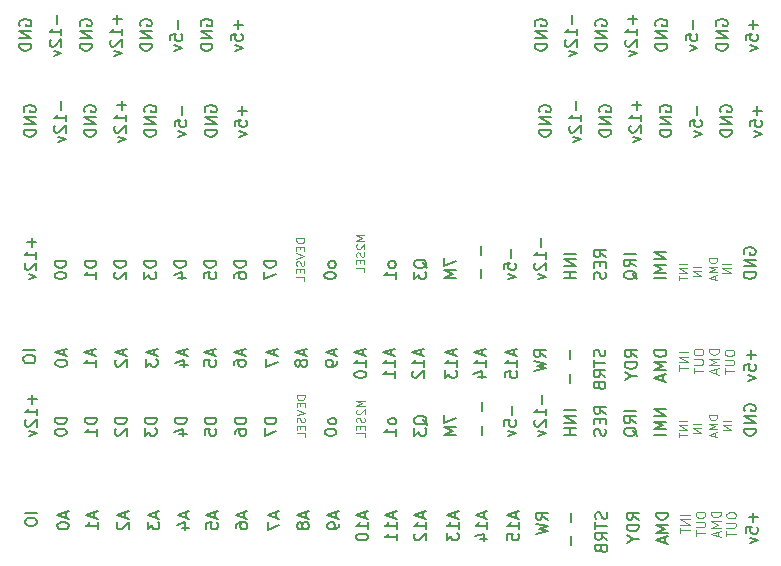
<source format=gbr>
%TF.GenerationSoftware,KiCad,Pcbnew,(5.1.7-0-10_14)*%
%TF.CreationDate,2021-03-20T21:17:23-05:00*%
%TF.ProjectId,Apple_II_Breakout,4170706c-655f-4494-995f-427265616b6f,rev?*%
%TF.SameCoordinates,Original*%
%TF.FileFunction,Legend,Bot*%
%TF.FilePolarity,Positive*%
%FSLAX46Y46*%
G04 Gerber Fmt 4.6, Leading zero omitted, Abs format (unit mm)*
G04 Created by KiCad (PCBNEW (5.1.7-0-10_14)) date 2021-03-20 21:17:23*
%MOMM*%
%LPD*%
G01*
G04 APERTURE LIST*
%ADD10C,0.100000*%
%ADD11C,0.150000*%
G04 APERTURE END LIST*
D10*
X192663004Y-88176571D02*
X191863004Y-88176571D01*
X191863004Y-88367047D01*
X191901100Y-88481333D01*
X191977290Y-88557523D01*
X192053480Y-88595618D01*
X192205861Y-88633714D01*
X192320147Y-88633714D01*
X192472528Y-88595618D01*
X192548719Y-88557523D01*
X192624909Y-88481333D01*
X192663004Y-88367047D01*
X192663004Y-88176571D01*
X192663004Y-88976571D02*
X191863004Y-88976571D01*
X192434433Y-89243237D01*
X191863004Y-89509904D01*
X192663004Y-89509904D01*
X192434433Y-89852761D02*
X192434433Y-90233714D01*
X192663004Y-89776571D02*
X191863004Y-90043237D01*
X192663004Y-90309904D01*
X193163004Y-88386095D02*
X193163004Y-88538475D01*
X193201100Y-88614666D01*
X193277290Y-88690856D01*
X193429671Y-88728952D01*
X193696338Y-88728952D01*
X193848719Y-88690856D01*
X193924909Y-88614666D01*
X193963004Y-88538475D01*
X193963004Y-88386095D01*
X193924909Y-88309904D01*
X193848719Y-88233714D01*
X193696338Y-88195618D01*
X193429671Y-88195618D01*
X193277290Y-88233714D01*
X193201100Y-88309904D01*
X193163004Y-88386095D01*
X193163004Y-89071809D02*
X193810623Y-89071809D01*
X193886814Y-89109904D01*
X193924909Y-89147999D01*
X193963004Y-89224190D01*
X193963004Y-89376571D01*
X193924909Y-89452761D01*
X193886814Y-89490856D01*
X193810623Y-89528952D01*
X193163004Y-89528952D01*
X193163004Y-89795618D02*
X193163004Y-90252761D01*
X193963004Y-90024190D02*
X193163004Y-90024190D01*
D11*
X183018061Y-88201571D02*
X183065680Y-88344428D01*
X183065680Y-88582523D01*
X183018061Y-88677761D01*
X182970442Y-88725380D01*
X182875204Y-88772999D01*
X182779966Y-88772999D01*
X182684728Y-88725380D01*
X182637109Y-88677761D01*
X182589490Y-88582523D01*
X182541871Y-88392047D01*
X182494252Y-88296809D01*
X182446633Y-88249190D01*
X182351395Y-88201571D01*
X182256157Y-88201571D01*
X182160919Y-88249190D01*
X182113300Y-88296809D01*
X182065680Y-88392047D01*
X182065680Y-88630142D01*
X182113300Y-88772999D01*
X182065680Y-89058714D02*
X182065680Y-89630142D01*
X183065680Y-89344428D02*
X182065680Y-89344428D01*
X183065680Y-90534904D02*
X182589490Y-90201571D01*
X183065680Y-89963476D02*
X182065680Y-89963476D01*
X182065680Y-90344428D01*
X182113300Y-90439666D01*
X182160919Y-90487285D01*
X182256157Y-90534904D01*
X182399014Y-90534904D01*
X182494252Y-90487285D01*
X182541871Y-90439666D01*
X182589490Y-90344428D01*
X182589490Y-89963476D01*
X182541871Y-91296809D02*
X182589490Y-91439666D01*
X182637109Y-91487285D01*
X182732347Y-91534904D01*
X182875204Y-91534904D01*
X182970442Y-91487285D01*
X183018061Y-91439666D01*
X183065680Y-91344428D01*
X183065680Y-90963476D01*
X182065680Y-90963476D01*
X182065680Y-91296809D01*
X182113300Y-91392047D01*
X182160919Y-91439666D01*
X182256157Y-91487285D01*
X182351395Y-91487285D01*
X182446633Y-91439666D01*
X182494252Y-91392047D01*
X182541871Y-91296809D01*
X182541871Y-90963476D01*
X155030466Y-88201571D02*
X155030466Y-88677761D01*
X155316180Y-88106333D02*
X154316180Y-88439666D01*
X155316180Y-88772999D01*
X154316180Y-89011095D02*
X154316180Y-89677761D01*
X155316180Y-89249190D01*
X137212366Y-88201571D02*
X137212366Y-88677761D01*
X137498080Y-88106333D02*
X136498080Y-88439666D01*
X137498080Y-88772999D01*
X136498080Y-89296809D02*
X136498080Y-89392047D01*
X136545700Y-89487285D01*
X136593319Y-89534904D01*
X136688557Y-89582523D01*
X136879033Y-89630142D01*
X137117128Y-89630142D01*
X137307604Y-89582523D01*
X137402842Y-89534904D01*
X137450461Y-89487285D01*
X137498080Y-89392047D01*
X137498080Y-89296809D01*
X137450461Y-89201571D01*
X137402842Y-89153952D01*
X137307604Y-89106333D01*
X137117128Y-89058714D01*
X136879033Y-89058714D01*
X136688557Y-89106333D01*
X136593319Y-89153952D01*
X136545700Y-89201571D01*
X136498080Y-89296809D01*
X188221880Y-88249190D02*
X187221880Y-88249190D01*
X187221880Y-88487285D01*
X187269500Y-88630142D01*
X187364738Y-88725380D01*
X187459976Y-88772999D01*
X187650452Y-88820618D01*
X187793309Y-88820618D01*
X187983785Y-88772999D01*
X188079023Y-88725380D01*
X188174261Y-88630142D01*
X188221880Y-88487285D01*
X188221880Y-88249190D01*
X188221880Y-89249190D02*
X187221880Y-89249190D01*
X187936166Y-89582523D01*
X187221880Y-89915856D01*
X188221880Y-89915856D01*
X187936166Y-90344428D02*
X187936166Y-90820618D01*
X188221880Y-90249190D02*
X187221880Y-90582523D01*
X188221880Y-90915856D01*
X149823466Y-88201571D02*
X149823466Y-88677761D01*
X150109180Y-88106333D02*
X149109180Y-88439666D01*
X150109180Y-88772999D01*
X149109180Y-89582523D02*
X149109180Y-89106333D01*
X149585371Y-89058714D01*
X149537752Y-89106333D01*
X149490133Y-89201571D01*
X149490133Y-89439666D01*
X149537752Y-89534904D01*
X149585371Y-89582523D01*
X149680609Y-89630142D01*
X149918704Y-89630142D01*
X150013942Y-89582523D01*
X150061561Y-89534904D01*
X150109180Y-89439666D01*
X150109180Y-89201571D01*
X150061561Y-89106333D01*
X150013942Y-89058714D01*
X175312366Y-88201571D02*
X175312366Y-88677762D01*
X175598080Y-88106333D02*
X174598080Y-88439667D01*
X175598080Y-88773000D01*
X175598080Y-89630143D02*
X175598080Y-89058714D01*
X175598080Y-89344428D02*
X174598080Y-89344428D01*
X174740938Y-89249190D01*
X174836176Y-89153952D01*
X174883795Y-89058714D01*
X174598080Y-90534905D02*
X174598080Y-90058714D01*
X175074271Y-90011095D01*
X175026652Y-90058714D01*
X174979033Y-90153952D01*
X174979033Y-90392048D01*
X175026652Y-90487286D01*
X175074271Y-90534905D01*
X175169509Y-90582524D01*
X175407604Y-90582524D01*
X175502842Y-90534905D01*
X175550461Y-90487286D01*
X175598080Y-90392048D01*
X175598080Y-90153952D01*
X175550461Y-90058714D01*
X175502842Y-90011095D01*
X185719980Y-88820619D02*
X185243790Y-88487286D01*
X185719980Y-88249190D02*
X184719980Y-88249190D01*
X184719980Y-88630143D01*
X184767600Y-88725381D01*
X184815219Y-88773000D01*
X184910457Y-88820619D01*
X185053314Y-88820619D01*
X185148552Y-88773000D01*
X185196171Y-88725381D01*
X185243790Y-88630143D01*
X185243790Y-88249190D01*
X185719980Y-89249190D02*
X184719980Y-89249190D01*
X184719980Y-89487286D01*
X184767600Y-89630143D01*
X184862838Y-89725381D01*
X184958076Y-89773000D01*
X185148552Y-89820619D01*
X185291409Y-89820619D01*
X185481885Y-89773000D01*
X185577123Y-89725381D01*
X185672361Y-89630143D01*
X185719980Y-89487286D01*
X185719980Y-89249190D01*
X185243790Y-90439667D02*
X185719980Y-90439667D01*
X184719980Y-90106333D02*
X185243790Y-90439667D01*
X184719980Y-90773000D01*
X160097766Y-88201571D02*
X160097766Y-88677761D01*
X160383480Y-88106333D02*
X159383480Y-88439666D01*
X160383480Y-88772999D01*
X160383480Y-89153952D02*
X160383480Y-89344428D01*
X160335861Y-89439666D01*
X160288242Y-89487285D01*
X160145385Y-89582523D01*
X159954909Y-89630142D01*
X159573957Y-89630142D01*
X159478719Y-89582523D01*
X159431100Y-89534904D01*
X159383480Y-89439666D01*
X159383480Y-89249190D01*
X159431100Y-89153952D01*
X159478719Y-89106333D01*
X159573957Y-89058714D01*
X159812052Y-89058714D01*
X159907290Y-89106333D01*
X159954909Y-89153952D01*
X160002528Y-89249190D01*
X160002528Y-89439666D01*
X159954909Y-89534904D01*
X159907290Y-89582523D01*
X159812052Y-89630142D01*
X139638066Y-88201571D02*
X139638066Y-88677761D01*
X139923780Y-88106333D02*
X138923780Y-88439666D01*
X139923780Y-88772999D01*
X139923780Y-89630142D02*
X139923780Y-89058714D01*
X139923780Y-89344428D02*
X138923780Y-89344428D01*
X139066638Y-89249190D01*
X139161876Y-89153952D01*
X139209495Y-89058714D01*
X172645366Y-88201571D02*
X172645366Y-88677762D01*
X172931080Y-88106333D02*
X171931080Y-88439667D01*
X172931080Y-88773000D01*
X172931080Y-89630143D02*
X172931080Y-89058714D01*
X172931080Y-89344428D02*
X171931080Y-89344428D01*
X172073938Y-89249190D01*
X172169176Y-89153952D01*
X172216795Y-89058714D01*
X172264414Y-90487286D02*
X172931080Y-90487286D01*
X171883461Y-90249190D02*
X172597747Y-90011095D01*
X172597747Y-90630143D01*
X170194266Y-88201571D02*
X170194266Y-88677762D01*
X170479980Y-88106333D02*
X169479980Y-88439667D01*
X170479980Y-88773000D01*
X170479980Y-89630143D02*
X170479980Y-89058714D01*
X170479980Y-89344428D02*
X169479980Y-89344428D01*
X169622838Y-89249190D01*
X169718076Y-89153952D01*
X169765695Y-89058714D01*
X169479980Y-89963476D02*
X169479980Y-90582524D01*
X169860933Y-90249190D01*
X169860933Y-90392048D01*
X169908552Y-90487286D01*
X169956171Y-90534905D01*
X170051409Y-90582524D01*
X170289504Y-90582524D01*
X170384742Y-90534905D01*
X170432361Y-90487286D01*
X170479980Y-90392048D01*
X170479980Y-90106333D01*
X170432361Y-90011095D01*
X170384742Y-89963476D01*
X134792980Y-88249190D02*
X133792980Y-88249190D01*
X133792980Y-88915857D02*
X133792980Y-89106333D01*
X133840600Y-89201571D01*
X133935838Y-89296809D01*
X134126314Y-89344428D01*
X134459647Y-89344428D01*
X134650123Y-89296809D01*
X134745361Y-89201571D01*
X134792980Y-89106333D01*
X134792980Y-88915857D01*
X134745361Y-88820619D01*
X134650123Y-88725380D01*
X134459647Y-88677761D01*
X134126314Y-88677761D01*
X133935838Y-88725380D01*
X133840600Y-88820619D01*
X133792980Y-88915857D01*
X157532366Y-88201571D02*
X157532366Y-88677761D01*
X157818080Y-88106333D02*
X156818080Y-88439666D01*
X157818080Y-88772999D01*
X157246652Y-89249190D02*
X157199033Y-89153952D01*
X157151414Y-89106333D01*
X157056176Y-89058714D01*
X157008557Y-89058714D01*
X156913319Y-89106333D01*
X156865700Y-89153952D01*
X156818080Y-89249190D01*
X156818080Y-89439666D01*
X156865700Y-89534904D01*
X156913319Y-89582523D01*
X157008557Y-89630142D01*
X157056176Y-89630142D01*
X157151414Y-89582523D01*
X157199033Y-89534904D01*
X157246652Y-89439666D01*
X157246652Y-89249190D01*
X157294271Y-89153952D01*
X157341890Y-89106333D01*
X157437128Y-89058714D01*
X157627604Y-89058714D01*
X157722842Y-89106333D01*
X157770461Y-89153952D01*
X157818080Y-89249190D01*
X157818080Y-89439666D01*
X157770461Y-89534904D01*
X157722842Y-89582523D01*
X157627604Y-89630142D01*
X157437128Y-89630142D01*
X157341890Y-89582523D01*
X157294271Y-89534904D01*
X157246652Y-89439666D01*
X152325366Y-88201571D02*
X152325366Y-88677761D01*
X152611080Y-88106333D02*
X151611080Y-88439666D01*
X152611080Y-88772999D01*
X151611080Y-89534904D02*
X151611080Y-89344428D01*
X151658700Y-89249190D01*
X151706319Y-89201571D01*
X151849176Y-89106333D01*
X152039652Y-89058714D01*
X152420604Y-89058714D01*
X152515842Y-89106333D01*
X152563461Y-89153952D01*
X152611080Y-89249190D01*
X152611080Y-89439666D01*
X152563461Y-89534904D01*
X152515842Y-89582523D01*
X152420604Y-89630142D01*
X152182509Y-89630142D01*
X152087271Y-89582523D01*
X152039652Y-89534904D01*
X151992033Y-89439666D01*
X151992033Y-89249190D01*
X152039652Y-89153952D01*
X152087271Y-89106333D01*
X152182509Y-89058714D01*
X142266966Y-88201571D02*
X142266966Y-88677761D01*
X142552680Y-88106333D02*
X141552680Y-88439666D01*
X142552680Y-88772999D01*
X141647919Y-89058714D02*
X141600300Y-89106333D01*
X141552680Y-89201571D01*
X141552680Y-89439666D01*
X141600300Y-89534904D01*
X141647919Y-89582523D01*
X141743157Y-89630142D01*
X141838395Y-89630142D01*
X141981252Y-89582523D01*
X142552680Y-89011095D01*
X142552680Y-89630142D01*
X195435528Y-88249190D02*
X195435528Y-89011095D01*
X195816480Y-88630143D02*
X195054576Y-88630143D01*
X194816480Y-89963476D02*
X194816480Y-89487286D01*
X195292671Y-89439666D01*
X195245052Y-89487286D01*
X195197433Y-89582524D01*
X195197433Y-89820619D01*
X195245052Y-89915857D01*
X195292671Y-89963476D01*
X195387909Y-90011095D01*
X195626004Y-90011095D01*
X195721242Y-89963476D01*
X195768861Y-89915857D01*
X195816480Y-89820619D01*
X195816480Y-89582524D01*
X195768861Y-89487286D01*
X195721242Y-89439666D01*
X195149814Y-90344428D02*
X195816480Y-90582524D01*
X195149814Y-90820619D01*
X144870466Y-88201571D02*
X144870466Y-88677761D01*
X145156180Y-88106333D02*
X144156180Y-88439666D01*
X145156180Y-88772999D01*
X144156180Y-89011095D02*
X144156180Y-89630142D01*
X144537133Y-89296809D01*
X144537133Y-89439666D01*
X144584752Y-89534904D01*
X144632371Y-89582523D01*
X144727609Y-89630142D01*
X144965704Y-89630142D01*
X145060942Y-89582523D01*
X145108561Y-89534904D01*
X145156180Y-89439666D01*
X145156180Y-89153952D01*
X145108561Y-89058714D01*
X145060942Y-89011095D01*
X147410466Y-88201571D02*
X147410466Y-88677761D01*
X147696180Y-88106333D02*
X146696180Y-88439666D01*
X147696180Y-88772999D01*
X147029514Y-89534904D02*
X147696180Y-89534904D01*
X146648561Y-89296809D02*
X147362847Y-89058714D01*
X147362847Y-89677761D01*
D10*
X190059504Y-88405142D02*
X189259504Y-88405142D01*
X190059504Y-88786094D02*
X189259504Y-88786094D01*
X190059504Y-89243237D01*
X189259504Y-89243237D01*
X189259504Y-89509904D02*
X189259504Y-89967047D01*
X190059504Y-89738475D02*
X189259504Y-89738475D01*
X190559504Y-88328952D02*
X190559504Y-88481332D01*
X190597600Y-88557523D01*
X190673790Y-88633713D01*
X190826171Y-88671809D01*
X191092838Y-88671809D01*
X191245219Y-88633713D01*
X191321409Y-88557523D01*
X191359504Y-88481332D01*
X191359504Y-88328952D01*
X191321409Y-88252761D01*
X191245219Y-88176571D01*
X191092838Y-88138475D01*
X190826171Y-88138475D01*
X190673790Y-88176571D01*
X190597600Y-88252761D01*
X190559504Y-88328952D01*
X190559504Y-89014666D02*
X191207123Y-89014666D01*
X191283314Y-89052761D01*
X191321409Y-89090856D01*
X191359504Y-89167047D01*
X191359504Y-89319428D01*
X191321409Y-89395618D01*
X191283314Y-89433713D01*
X191207123Y-89471809D01*
X190559504Y-89471809D01*
X190559504Y-89738475D02*
X190559504Y-90195618D01*
X191359504Y-89967047D02*
X190559504Y-89967047D01*
D11*
X162536166Y-88201571D02*
X162536166Y-88677762D01*
X162821880Y-88106333D02*
X161821880Y-88439667D01*
X162821880Y-88773000D01*
X162821880Y-89630143D02*
X162821880Y-89058714D01*
X162821880Y-89344428D02*
X161821880Y-89344428D01*
X161964738Y-89249190D01*
X162059976Y-89153952D01*
X162107595Y-89058714D01*
X161821880Y-90249190D02*
X161821880Y-90344428D01*
X161869500Y-90439667D01*
X161917119Y-90487286D01*
X162012357Y-90534905D01*
X162202833Y-90582524D01*
X162440928Y-90582524D01*
X162631404Y-90534905D01*
X162726642Y-90487286D01*
X162774261Y-90439667D01*
X162821880Y-90344428D01*
X162821880Y-90249190D01*
X162774261Y-90153952D01*
X162726642Y-90106333D01*
X162631404Y-90058714D01*
X162440928Y-90011095D01*
X162202833Y-90011095D01*
X162012357Y-90058714D01*
X161917119Y-90106333D01*
X161869500Y-90153952D01*
X161821880Y-90249190D01*
X164949166Y-88201571D02*
X164949166Y-88677762D01*
X165234880Y-88106333D02*
X164234880Y-88439667D01*
X165234880Y-88773000D01*
X165234880Y-89630143D02*
X165234880Y-89058714D01*
X165234880Y-89344428D02*
X164234880Y-89344428D01*
X164377738Y-89249190D01*
X164472976Y-89153952D01*
X164520595Y-89058714D01*
X165234880Y-90582524D02*
X165234880Y-90011095D01*
X165234880Y-90296809D02*
X164234880Y-90296809D01*
X164377738Y-90201571D01*
X164472976Y-90106333D01*
X164520595Y-90011095D01*
X178023780Y-88820619D02*
X177547590Y-88487285D01*
X178023780Y-88249190D02*
X177023780Y-88249190D01*
X177023780Y-88630143D01*
X177071400Y-88725381D01*
X177119019Y-88773000D01*
X177214257Y-88820619D01*
X177357114Y-88820619D01*
X177452352Y-88773000D01*
X177499971Y-88725381D01*
X177547590Y-88630143D01*
X177547590Y-88249190D01*
X177023780Y-89153952D02*
X178023780Y-89392047D01*
X177309495Y-89582524D01*
X178023780Y-89773000D01*
X177023780Y-90011095D01*
X167438366Y-88201571D02*
X167438366Y-88677762D01*
X167724080Y-88106333D02*
X166724080Y-88439667D01*
X167724080Y-88773000D01*
X167724080Y-89630143D02*
X167724080Y-89058714D01*
X167724080Y-89344428D02*
X166724080Y-89344428D01*
X166866938Y-89249190D01*
X166962176Y-89153952D01*
X167009795Y-89058714D01*
X166819319Y-90011095D02*
X166771700Y-90058714D01*
X166724080Y-90153952D01*
X166724080Y-90392048D01*
X166771700Y-90487286D01*
X166819319Y-90534905D01*
X166914557Y-90582524D01*
X167009795Y-90582524D01*
X167152652Y-90534905D01*
X167724080Y-89963476D01*
X167724080Y-90582524D01*
X180043128Y-88249190D02*
X180043128Y-89011095D01*
X180043128Y-90249190D02*
X180043128Y-91011095D01*
X183170461Y-101968371D02*
X183218080Y-102111228D01*
X183218080Y-102349323D01*
X183170461Y-102444561D01*
X183122842Y-102492180D01*
X183027604Y-102539799D01*
X182932366Y-102539799D01*
X182837128Y-102492180D01*
X182789509Y-102444561D01*
X182741890Y-102349323D01*
X182694271Y-102158847D01*
X182646652Y-102063609D01*
X182599033Y-102015990D01*
X182503795Y-101968371D01*
X182408557Y-101968371D01*
X182313319Y-102015990D01*
X182265700Y-102063609D01*
X182218080Y-102158847D01*
X182218080Y-102396942D01*
X182265700Y-102539799D01*
X182218080Y-102825514D02*
X182218080Y-103396942D01*
X183218080Y-103111228D02*
X182218080Y-103111228D01*
X183218080Y-104301704D02*
X182741890Y-103968371D01*
X183218080Y-103730276D02*
X182218080Y-103730276D01*
X182218080Y-104111228D01*
X182265700Y-104206466D01*
X182313319Y-104254085D01*
X182408557Y-104301704D01*
X182551414Y-104301704D01*
X182646652Y-104254085D01*
X182694271Y-104206466D01*
X182741890Y-104111228D01*
X182741890Y-103730276D01*
X182694271Y-105063609D02*
X182741890Y-105206466D01*
X182789509Y-105254085D01*
X182884747Y-105301704D01*
X183027604Y-105301704D01*
X183122842Y-105254085D01*
X183170461Y-105206466D01*
X183218080Y-105111228D01*
X183218080Y-104730276D01*
X182218080Y-104730276D01*
X182218080Y-105063609D01*
X182265700Y-105158847D01*
X182313319Y-105206466D01*
X182408557Y-105254085D01*
X182503795Y-105254085D01*
X182599033Y-105206466D01*
X182646652Y-105158847D01*
X182694271Y-105063609D01*
X182694271Y-104730276D01*
X165101566Y-101968371D02*
X165101566Y-102444562D01*
X165387280Y-101873133D02*
X164387280Y-102206467D01*
X165387280Y-102539800D01*
X165387280Y-103396943D02*
X165387280Y-102825514D01*
X165387280Y-103111228D02*
X164387280Y-103111228D01*
X164530138Y-103015990D01*
X164625376Y-102920752D01*
X164672995Y-102825514D01*
X165387280Y-104349324D02*
X165387280Y-103777895D01*
X165387280Y-104063609D02*
X164387280Y-104063609D01*
X164530138Y-103968371D01*
X164625376Y-103873133D01*
X164672995Y-103777895D01*
X178176180Y-102587419D02*
X177699990Y-102254085D01*
X178176180Y-102015990D02*
X177176180Y-102015990D01*
X177176180Y-102396943D01*
X177223800Y-102492181D01*
X177271419Y-102539800D01*
X177366657Y-102587419D01*
X177509514Y-102587419D01*
X177604752Y-102539800D01*
X177652371Y-102492181D01*
X177699990Y-102396943D01*
X177699990Y-102015990D01*
X177176180Y-102920752D02*
X178176180Y-103158847D01*
X177461895Y-103349324D01*
X178176180Y-103539800D01*
X177176180Y-103777895D01*
X167590766Y-101968371D02*
X167590766Y-102444562D01*
X167876480Y-101873133D02*
X166876480Y-102206467D01*
X167876480Y-102539800D01*
X167876480Y-103396943D02*
X167876480Y-102825514D01*
X167876480Y-103111228D02*
X166876480Y-103111228D01*
X167019338Y-103015990D01*
X167114576Y-102920752D01*
X167162195Y-102825514D01*
X166971719Y-103777895D02*
X166924100Y-103825514D01*
X166876480Y-103920752D01*
X166876480Y-104158848D01*
X166924100Y-104254086D01*
X166971719Y-104301705D01*
X167066957Y-104349324D01*
X167162195Y-104349324D01*
X167305052Y-104301705D01*
X167876480Y-103730276D01*
X167876480Y-104349324D01*
X175464766Y-101968371D02*
X175464766Y-102444562D01*
X175750480Y-101873133D02*
X174750480Y-102206467D01*
X175750480Y-102539800D01*
X175750480Y-103396943D02*
X175750480Y-102825514D01*
X175750480Y-103111228D02*
X174750480Y-103111228D01*
X174893338Y-103015990D01*
X174988576Y-102920752D01*
X175036195Y-102825514D01*
X174750480Y-104301705D02*
X174750480Y-103825514D01*
X175226671Y-103777895D01*
X175179052Y-103825514D01*
X175131433Y-103920752D01*
X175131433Y-104158848D01*
X175179052Y-104254086D01*
X175226671Y-104301705D01*
X175321909Y-104349324D01*
X175560004Y-104349324D01*
X175655242Y-104301705D01*
X175702861Y-104254086D01*
X175750480Y-104158848D01*
X175750480Y-103920752D01*
X175702861Y-103825514D01*
X175655242Y-103777895D01*
X162688566Y-101968371D02*
X162688566Y-102444562D01*
X162974280Y-101873133D02*
X161974280Y-102206467D01*
X162974280Y-102539800D01*
X162974280Y-103396943D02*
X162974280Y-102825514D01*
X162974280Y-103111228D02*
X161974280Y-103111228D01*
X162117138Y-103015990D01*
X162212376Y-102920752D01*
X162259995Y-102825514D01*
X161974280Y-104015990D02*
X161974280Y-104111228D01*
X162021900Y-104206467D01*
X162069519Y-104254086D01*
X162164757Y-104301705D01*
X162355233Y-104349324D01*
X162593328Y-104349324D01*
X162783804Y-104301705D01*
X162879042Y-104254086D01*
X162926661Y-104206467D01*
X162974280Y-104111228D01*
X162974280Y-104015990D01*
X162926661Y-103920752D01*
X162879042Y-103873133D01*
X162783804Y-103825514D01*
X162593328Y-103777895D01*
X162355233Y-103777895D01*
X162164757Y-103825514D01*
X162069519Y-103873133D01*
X162021900Y-103920752D01*
X161974280Y-104015990D01*
D10*
X192815404Y-101943371D02*
X192015404Y-101943371D01*
X192015404Y-102133847D01*
X192053500Y-102248133D01*
X192129690Y-102324323D01*
X192205880Y-102362418D01*
X192358261Y-102400514D01*
X192472547Y-102400514D01*
X192624928Y-102362418D01*
X192701119Y-102324323D01*
X192777309Y-102248133D01*
X192815404Y-102133847D01*
X192815404Y-101943371D01*
X192815404Y-102743371D02*
X192015404Y-102743371D01*
X192586833Y-103010037D01*
X192015404Y-103276704D01*
X192815404Y-103276704D01*
X192586833Y-103619561D02*
X192586833Y-104000514D01*
X192815404Y-103543371D02*
X192015404Y-103810037D01*
X192815404Y-104076704D01*
X193315404Y-102152895D02*
X193315404Y-102305275D01*
X193353500Y-102381466D01*
X193429690Y-102457656D01*
X193582071Y-102495752D01*
X193848738Y-102495752D01*
X194001119Y-102457656D01*
X194077309Y-102381466D01*
X194115404Y-102305275D01*
X194115404Y-102152895D01*
X194077309Y-102076704D01*
X194001119Y-102000514D01*
X193848738Y-101962418D01*
X193582071Y-101962418D01*
X193429690Y-102000514D01*
X193353500Y-102076704D01*
X193315404Y-102152895D01*
X193315404Y-102838609D02*
X193963023Y-102838609D01*
X194039214Y-102876704D01*
X194077309Y-102914799D01*
X194115404Y-102990990D01*
X194115404Y-103143371D01*
X194077309Y-103219561D01*
X194039214Y-103257656D01*
X193963023Y-103295752D01*
X193315404Y-103295752D01*
X193315404Y-103562418D02*
X193315404Y-104019561D01*
X194115404Y-103790990D02*
X193315404Y-103790990D01*
D11*
X180195528Y-102015990D02*
X180195528Y-102777895D01*
X180195528Y-104015990D02*
X180195528Y-104777895D01*
X139790466Y-101968371D02*
X139790466Y-102444561D01*
X140076180Y-101873133D02*
X139076180Y-102206466D01*
X140076180Y-102539799D01*
X140076180Y-103396942D02*
X140076180Y-102825514D01*
X140076180Y-103111228D02*
X139076180Y-103111228D01*
X139219038Y-103015990D01*
X139314276Y-102920752D01*
X139361895Y-102825514D01*
D10*
X190211904Y-102171942D02*
X189411904Y-102171942D01*
X190211904Y-102552894D02*
X189411904Y-102552894D01*
X190211904Y-103010037D01*
X189411904Y-103010037D01*
X189411904Y-103276704D02*
X189411904Y-103733847D01*
X190211904Y-103505275D02*
X189411904Y-103505275D01*
X190711904Y-102095752D02*
X190711904Y-102248132D01*
X190750000Y-102324323D01*
X190826190Y-102400513D01*
X190978571Y-102438609D01*
X191245238Y-102438609D01*
X191397619Y-102400513D01*
X191473809Y-102324323D01*
X191511904Y-102248132D01*
X191511904Y-102095752D01*
X191473809Y-102019561D01*
X191397619Y-101943371D01*
X191245238Y-101905275D01*
X190978571Y-101905275D01*
X190826190Y-101943371D01*
X190750000Y-102019561D01*
X190711904Y-102095752D01*
X190711904Y-102781466D02*
X191359523Y-102781466D01*
X191435714Y-102819561D01*
X191473809Y-102857656D01*
X191511904Y-102933847D01*
X191511904Y-103086228D01*
X191473809Y-103162418D01*
X191435714Y-103200513D01*
X191359523Y-103238609D01*
X190711904Y-103238609D01*
X190711904Y-103505275D02*
X190711904Y-103962418D01*
X191511904Y-103733847D02*
X190711904Y-103733847D01*
D11*
X185872380Y-102587419D02*
X185396190Y-102254086D01*
X185872380Y-102015990D02*
X184872380Y-102015990D01*
X184872380Y-102396943D01*
X184920000Y-102492181D01*
X184967619Y-102539800D01*
X185062857Y-102587419D01*
X185205714Y-102587419D01*
X185300952Y-102539800D01*
X185348571Y-102492181D01*
X185396190Y-102396943D01*
X185396190Y-102015990D01*
X185872380Y-103015990D02*
X184872380Y-103015990D01*
X184872380Y-103254086D01*
X184920000Y-103396943D01*
X185015238Y-103492181D01*
X185110476Y-103539800D01*
X185300952Y-103587419D01*
X185443809Y-103587419D01*
X185634285Y-103539800D01*
X185729523Y-103492181D01*
X185824761Y-103396943D01*
X185872380Y-103254086D01*
X185872380Y-103015990D01*
X185396190Y-104206467D02*
X185872380Y-104206467D01*
X184872380Y-103873133D02*
X185396190Y-104206467D01*
X184872380Y-104539800D01*
X195587928Y-102015990D02*
X195587928Y-102777895D01*
X195968880Y-102396943D02*
X195206976Y-102396943D01*
X194968880Y-103730276D02*
X194968880Y-103254086D01*
X195445071Y-103206466D01*
X195397452Y-103254086D01*
X195349833Y-103349324D01*
X195349833Y-103587419D01*
X195397452Y-103682657D01*
X195445071Y-103730276D01*
X195540309Y-103777895D01*
X195778404Y-103777895D01*
X195873642Y-103730276D01*
X195921261Y-103682657D01*
X195968880Y-103587419D01*
X195968880Y-103349324D01*
X195921261Y-103254086D01*
X195873642Y-103206466D01*
X195302214Y-104111228D02*
X195968880Y-104349324D01*
X195302214Y-104587419D01*
X145022866Y-101968371D02*
X145022866Y-102444561D01*
X145308580Y-101873133D02*
X144308580Y-102206466D01*
X145308580Y-102539799D01*
X144308580Y-102777895D02*
X144308580Y-103396942D01*
X144689533Y-103063609D01*
X144689533Y-103206466D01*
X144737152Y-103301704D01*
X144784771Y-103349323D01*
X144880009Y-103396942D01*
X145118104Y-103396942D01*
X145213342Y-103349323D01*
X145260961Y-103301704D01*
X145308580Y-103206466D01*
X145308580Y-102920752D01*
X145260961Y-102825514D01*
X145213342Y-102777895D01*
X142419366Y-101968371D02*
X142419366Y-102444561D01*
X142705080Y-101873133D02*
X141705080Y-102206466D01*
X142705080Y-102539799D01*
X141800319Y-102825514D02*
X141752700Y-102873133D01*
X141705080Y-102968371D01*
X141705080Y-103206466D01*
X141752700Y-103301704D01*
X141800319Y-103349323D01*
X141895557Y-103396942D01*
X141990795Y-103396942D01*
X142133652Y-103349323D01*
X142705080Y-102777895D01*
X142705080Y-103396942D01*
X147562866Y-101968371D02*
X147562866Y-102444561D01*
X147848580Y-101873133D02*
X146848580Y-102206466D01*
X147848580Y-102539799D01*
X147181914Y-103301704D02*
X147848580Y-103301704D01*
X146800961Y-103063609D02*
X147515247Y-102825514D01*
X147515247Y-103444561D01*
X149975866Y-101968371D02*
X149975866Y-102444561D01*
X150261580Y-101873133D02*
X149261580Y-102206466D01*
X150261580Y-102539799D01*
X149261580Y-103349323D02*
X149261580Y-102873133D01*
X149737771Y-102825514D01*
X149690152Y-102873133D01*
X149642533Y-102968371D01*
X149642533Y-103206466D01*
X149690152Y-103301704D01*
X149737771Y-103349323D01*
X149833009Y-103396942D01*
X150071104Y-103396942D01*
X150166342Y-103349323D01*
X150213961Y-103301704D01*
X150261580Y-103206466D01*
X150261580Y-102968371D01*
X150213961Y-102873133D01*
X150166342Y-102825514D01*
X155182866Y-101968371D02*
X155182866Y-102444561D01*
X155468580Y-101873133D02*
X154468580Y-102206466D01*
X155468580Y-102539799D01*
X154468580Y-102777895D02*
X154468580Y-103444561D01*
X155468580Y-103015990D01*
X188374280Y-102015990D02*
X187374280Y-102015990D01*
X187374280Y-102254085D01*
X187421900Y-102396942D01*
X187517138Y-102492180D01*
X187612376Y-102539799D01*
X187802852Y-102587418D01*
X187945709Y-102587418D01*
X188136185Y-102539799D01*
X188231423Y-102492180D01*
X188326661Y-102396942D01*
X188374280Y-102254085D01*
X188374280Y-102015990D01*
X188374280Y-103015990D02*
X187374280Y-103015990D01*
X188088566Y-103349323D01*
X187374280Y-103682656D01*
X188374280Y-103682656D01*
X188088566Y-104111228D02*
X188088566Y-104587418D01*
X188374280Y-104015990D02*
X187374280Y-104349323D01*
X188374280Y-104682656D01*
X134945380Y-102015990D02*
X133945380Y-102015990D01*
X133945380Y-102682657D02*
X133945380Y-102873133D01*
X133993000Y-102968371D01*
X134088238Y-103063609D01*
X134278714Y-103111228D01*
X134612047Y-103111228D01*
X134802523Y-103063609D01*
X134897761Y-102968371D01*
X134945380Y-102873133D01*
X134945380Y-102682657D01*
X134897761Y-102587419D01*
X134802523Y-102492180D01*
X134612047Y-102444561D01*
X134278714Y-102444561D01*
X134088238Y-102492180D01*
X133993000Y-102587419D01*
X133945380Y-102682657D01*
X170346666Y-101968371D02*
X170346666Y-102444562D01*
X170632380Y-101873133D02*
X169632380Y-102206467D01*
X170632380Y-102539800D01*
X170632380Y-103396943D02*
X170632380Y-102825514D01*
X170632380Y-103111228D02*
X169632380Y-103111228D01*
X169775238Y-103015990D01*
X169870476Y-102920752D01*
X169918095Y-102825514D01*
X169632380Y-103730276D02*
X169632380Y-104349324D01*
X170013333Y-104015990D01*
X170013333Y-104158848D01*
X170060952Y-104254086D01*
X170108571Y-104301705D01*
X170203809Y-104349324D01*
X170441904Y-104349324D01*
X170537142Y-104301705D01*
X170584761Y-104254086D01*
X170632380Y-104158848D01*
X170632380Y-103873133D01*
X170584761Y-103777895D01*
X170537142Y-103730276D01*
X172797766Y-101968371D02*
X172797766Y-102444562D01*
X173083480Y-101873133D02*
X172083480Y-102206467D01*
X173083480Y-102539800D01*
X173083480Y-103396943D02*
X173083480Y-102825514D01*
X173083480Y-103111228D02*
X172083480Y-103111228D01*
X172226338Y-103015990D01*
X172321576Y-102920752D01*
X172369195Y-102825514D01*
X172416814Y-104254086D02*
X173083480Y-104254086D01*
X172035861Y-104015990D02*
X172750147Y-103777895D01*
X172750147Y-104396943D01*
X160250166Y-101968371D02*
X160250166Y-102444561D01*
X160535880Y-101873133D02*
X159535880Y-102206466D01*
X160535880Y-102539799D01*
X160535880Y-102920752D02*
X160535880Y-103111228D01*
X160488261Y-103206466D01*
X160440642Y-103254085D01*
X160297785Y-103349323D01*
X160107309Y-103396942D01*
X159726357Y-103396942D01*
X159631119Y-103349323D01*
X159583500Y-103301704D01*
X159535880Y-103206466D01*
X159535880Y-103015990D01*
X159583500Y-102920752D01*
X159631119Y-102873133D01*
X159726357Y-102825514D01*
X159964452Y-102825514D01*
X160059690Y-102873133D01*
X160107309Y-102920752D01*
X160154928Y-103015990D01*
X160154928Y-103206466D01*
X160107309Y-103301704D01*
X160059690Y-103349323D01*
X159964452Y-103396942D01*
X137364766Y-101968371D02*
X137364766Y-102444561D01*
X137650480Y-101873133D02*
X136650480Y-102206466D01*
X137650480Y-102539799D01*
X136650480Y-103063609D02*
X136650480Y-103158847D01*
X136698100Y-103254085D01*
X136745719Y-103301704D01*
X136840957Y-103349323D01*
X137031433Y-103396942D01*
X137269528Y-103396942D01*
X137460004Y-103349323D01*
X137555242Y-103301704D01*
X137602861Y-103254085D01*
X137650480Y-103158847D01*
X137650480Y-103063609D01*
X137602861Y-102968371D01*
X137555242Y-102920752D01*
X137460004Y-102873133D01*
X137269528Y-102825514D01*
X137031433Y-102825514D01*
X136840957Y-102873133D01*
X136745719Y-102920752D01*
X136698100Y-102968371D01*
X136650480Y-103063609D01*
X152477766Y-101968371D02*
X152477766Y-102444561D01*
X152763480Y-101873133D02*
X151763480Y-102206466D01*
X152763480Y-102539799D01*
X151763480Y-103301704D02*
X151763480Y-103111228D01*
X151811100Y-103015990D01*
X151858719Y-102968371D01*
X152001576Y-102873133D01*
X152192052Y-102825514D01*
X152573004Y-102825514D01*
X152668242Y-102873133D01*
X152715861Y-102920752D01*
X152763480Y-103015990D01*
X152763480Y-103206466D01*
X152715861Y-103301704D01*
X152668242Y-103349323D01*
X152573004Y-103396942D01*
X152334909Y-103396942D01*
X152239671Y-103349323D01*
X152192052Y-103301704D01*
X152144433Y-103206466D01*
X152144433Y-103015990D01*
X152192052Y-102920752D01*
X152239671Y-102873133D01*
X152334909Y-102825514D01*
X157684766Y-101968371D02*
X157684766Y-102444561D01*
X157970480Y-101873133D02*
X156970480Y-102206466D01*
X157970480Y-102539799D01*
X157399052Y-103015990D02*
X157351433Y-102920752D01*
X157303814Y-102873133D01*
X157208576Y-102825514D01*
X157160957Y-102825514D01*
X157065719Y-102873133D01*
X157018100Y-102920752D01*
X156970480Y-103015990D01*
X156970480Y-103206466D01*
X157018100Y-103301704D01*
X157065719Y-103349323D01*
X157160957Y-103396942D01*
X157208576Y-103396942D01*
X157303814Y-103349323D01*
X157351433Y-103301704D01*
X157399052Y-103206466D01*
X157399052Y-103015990D01*
X157446671Y-102920752D01*
X157494290Y-102873133D01*
X157589528Y-102825514D01*
X157780004Y-102825514D01*
X157875242Y-102873133D01*
X157922861Y-102920752D01*
X157970480Y-103015990D01*
X157970480Y-103206466D01*
X157922861Y-103301704D01*
X157875242Y-103349323D01*
X157780004Y-103396942D01*
X157589528Y-103396942D01*
X157494290Y-103349323D01*
X157446671Y-103301704D01*
X157399052Y-103206466D01*
D10*
X162663941Y-78513229D02*
X161963941Y-78513229D01*
X162463941Y-78746562D01*
X161963941Y-78979895D01*
X162663941Y-78979895D01*
X162030608Y-79279895D02*
X161997275Y-79313229D01*
X161963941Y-79379895D01*
X161963941Y-79546562D01*
X161997275Y-79613229D01*
X162030608Y-79646562D01*
X162097275Y-79679895D01*
X162163941Y-79679895D01*
X162263941Y-79646562D01*
X162663941Y-79246562D01*
X162663941Y-79679895D01*
X162630608Y-79946562D02*
X162663941Y-80046562D01*
X162663941Y-80213229D01*
X162630608Y-80279895D01*
X162597275Y-80313229D01*
X162530608Y-80346562D01*
X162463941Y-80346562D01*
X162397275Y-80313229D01*
X162363941Y-80279895D01*
X162330608Y-80213229D01*
X162297275Y-80079895D01*
X162263941Y-80013229D01*
X162230608Y-79979895D01*
X162163941Y-79946562D01*
X162097275Y-79946562D01*
X162030608Y-79979895D01*
X161997275Y-80013229D01*
X161963941Y-80079895D01*
X161963941Y-80246562D01*
X161997275Y-80346562D01*
X162297275Y-80646562D02*
X162297275Y-80879895D01*
X162663941Y-80979895D02*
X162663941Y-80646562D01*
X161963941Y-80646562D01*
X161963941Y-80979895D01*
X162663941Y-81613229D02*
X162663941Y-81279895D01*
X161963941Y-81279895D01*
D11*
X169410130Y-80441800D02*
X169410130Y-81108466D01*
X170410130Y-80679895D01*
X170410130Y-81489419D02*
X169410130Y-81489419D01*
X170124416Y-81822752D01*
X169410130Y-82156085D01*
X170410130Y-82156085D01*
D10*
X157590291Y-78785847D02*
X156890291Y-78785847D01*
X156890291Y-78952514D01*
X156923625Y-79052514D01*
X156990291Y-79119181D01*
X157056958Y-79152514D01*
X157190291Y-79185847D01*
X157290291Y-79185847D01*
X157423625Y-79152514D01*
X157490291Y-79119181D01*
X157556958Y-79052514D01*
X157590291Y-78952514D01*
X157590291Y-78785847D01*
X157223625Y-79485847D02*
X157223625Y-79719181D01*
X157590291Y-79819181D02*
X157590291Y-79485847D01*
X156890291Y-79485847D01*
X156890291Y-79819181D01*
X156890291Y-80019181D02*
X157590291Y-80252514D01*
X156890291Y-80485847D01*
X157556958Y-80685847D02*
X157590291Y-80785847D01*
X157590291Y-80952514D01*
X157556958Y-81019181D01*
X157523625Y-81052514D01*
X157456958Y-81085847D01*
X157390291Y-81085847D01*
X157323625Y-81052514D01*
X157290291Y-81019181D01*
X157256958Y-80952514D01*
X157223625Y-80819181D01*
X157190291Y-80752514D01*
X157156958Y-80719181D01*
X157090291Y-80685847D01*
X157023625Y-80685847D01*
X156956958Y-80719181D01*
X156923625Y-80752514D01*
X156890291Y-80819181D01*
X156890291Y-80985847D01*
X156923625Y-81085847D01*
X157223625Y-81385847D02*
X157223625Y-81619181D01*
X157590291Y-81719181D02*
X157590291Y-81385847D01*
X156890291Y-81385847D01*
X156890291Y-81719181D01*
X157590291Y-82352514D02*
X157590291Y-82019181D01*
X156890291Y-82019181D01*
D11*
X172566003Y-79394181D02*
X172566003Y-80156086D01*
X172566003Y-81394181D02*
X172566003Y-82156086D01*
D10*
X189994016Y-80960447D02*
X189294016Y-80960447D01*
X189994016Y-81293781D02*
X189294016Y-81293781D01*
X189994016Y-81693781D01*
X189294016Y-81693781D01*
X189294016Y-81927114D02*
X189294016Y-82327114D01*
X189994016Y-82127114D02*
X189294016Y-82127114D01*
X191144016Y-81227114D02*
X190444016Y-81227114D01*
X191144016Y-81560447D02*
X190444016Y-81560447D01*
X191144016Y-81960447D01*
X190444016Y-81960447D01*
D11*
X188167905Y-79965609D02*
X187167905Y-79965609D01*
X188167905Y-80537038D01*
X187167905Y-80537038D01*
X188167905Y-81013228D02*
X187167905Y-81013228D01*
X187882191Y-81346562D01*
X187167905Y-81679895D01*
X188167905Y-81679895D01*
X188167905Y-82156086D02*
X187167905Y-82156086D01*
X175102828Y-79679895D02*
X175102828Y-80441800D01*
X174483780Y-81394181D02*
X174483780Y-80917991D01*
X174959971Y-80870371D01*
X174912352Y-80917991D01*
X174864733Y-81013229D01*
X174864733Y-81251324D01*
X174912352Y-81346562D01*
X174959971Y-81394181D01*
X175055209Y-81441800D01*
X175293304Y-81441800D01*
X175388542Y-81394181D01*
X175436161Y-81346562D01*
X175483780Y-81251324D01*
X175483780Y-81013229D01*
X175436161Y-80917991D01*
X175388542Y-80870371D01*
X174817114Y-81775133D02*
X175483780Y-82013229D01*
X174817114Y-82251324D01*
X165336480Y-80917990D02*
X165288861Y-80822752D01*
X165241242Y-80775133D01*
X165146004Y-80727514D01*
X164860290Y-80727514D01*
X164765052Y-80775133D01*
X164717433Y-80822752D01*
X164669814Y-80917990D01*
X164669814Y-81060848D01*
X164717433Y-81156086D01*
X164765052Y-81203705D01*
X164860290Y-81251324D01*
X165146004Y-81251324D01*
X165241242Y-81203705D01*
X165288861Y-81156086D01*
X165336480Y-81060848D01*
X165336480Y-80917990D01*
X165336480Y-82203705D02*
X165336480Y-81632276D01*
X165336480Y-81917990D02*
X164336480Y-81917990D01*
X164479338Y-81822752D01*
X164574576Y-81727514D01*
X164622195Y-81632276D01*
X152652355Y-80679895D02*
X151652355Y-80679895D01*
X151652355Y-80917991D01*
X151699975Y-81060848D01*
X151795213Y-81156086D01*
X151890451Y-81203705D01*
X152080927Y-81251324D01*
X152223784Y-81251324D01*
X152414260Y-81203705D01*
X152509498Y-81156086D01*
X152604736Y-81060848D01*
X152652355Y-80917991D01*
X152652355Y-80679895D01*
X151652355Y-82108467D02*
X151652355Y-81917991D01*
X151699975Y-81822752D01*
X151747594Y-81775133D01*
X151890451Y-81679895D01*
X152080927Y-81632276D01*
X152461879Y-81632276D01*
X152557117Y-81679895D01*
X152604736Y-81727514D01*
X152652355Y-81822752D01*
X152652355Y-82013229D01*
X152604736Y-82108467D01*
X152557117Y-82156086D01*
X152461879Y-82203705D01*
X152223784Y-82203705D01*
X152128546Y-82156086D01*
X152080927Y-82108467D01*
X152033308Y-82013229D01*
X152033308Y-81822752D01*
X152080927Y-81727514D01*
X152128546Y-81679895D01*
X152223784Y-81632276D01*
D10*
X192530841Y-80460447D02*
X191830841Y-80460447D01*
X191830841Y-80627114D01*
X191864175Y-80727114D01*
X191930841Y-80793781D01*
X191997508Y-80827114D01*
X192130841Y-80860447D01*
X192230841Y-80860447D01*
X192364175Y-80827114D01*
X192430841Y-80793781D01*
X192497508Y-80727114D01*
X192530841Y-80627114D01*
X192530841Y-80460447D01*
X192530841Y-81160447D02*
X191830841Y-81160447D01*
X192330841Y-81393781D01*
X191830841Y-81627114D01*
X192530841Y-81627114D01*
X192330841Y-81927114D02*
X192330841Y-82260447D01*
X192530841Y-81860447D02*
X191830841Y-82093781D01*
X192530841Y-82327114D01*
X193680841Y-80977114D02*
X192980841Y-80977114D01*
X193680841Y-81310447D02*
X192980841Y-81310447D01*
X193680841Y-81710447D01*
X192980841Y-81710447D01*
D11*
X185631080Y-80108466D02*
X184631080Y-80108466D01*
X185631080Y-81156085D02*
X185154890Y-80822752D01*
X185631080Y-80584656D02*
X184631080Y-80584656D01*
X184631080Y-80965609D01*
X184678700Y-81060847D01*
X184726319Y-81108466D01*
X184821557Y-81156085D01*
X184964414Y-81156085D01*
X185059652Y-81108466D01*
X185107271Y-81060847D01*
X185154890Y-80965609D01*
X185154890Y-80584656D01*
X185726319Y-82251323D02*
X185678700Y-82156085D01*
X185583461Y-82060847D01*
X185440604Y-81917990D01*
X185392985Y-81822752D01*
X185392985Y-81727514D01*
X185631080Y-81775133D02*
X185583461Y-81679895D01*
X185488223Y-81584656D01*
X185297747Y-81537037D01*
X184964414Y-81537037D01*
X184773938Y-81584656D01*
X184678700Y-81679895D01*
X184631080Y-81775133D01*
X184631080Y-81965609D01*
X184678700Y-82060847D01*
X184773938Y-82156085D01*
X184964414Y-82203704D01*
X185297747Y-82203704D01*
X185488223Y-82156085D01*
X185583461Y-82060847D01*
X185631080Y-81965609D01*
X185631080Y-81775133D01*
X194826000Y-80108467D02*
X194778380Y-80013229D01*
X194778380Y-79870372D01*
X194826000Y-79727514D01*
X194921238Y-79632276D01*
X195016476Y-79584657D01*
X195206952Y-79537038D01*
X195349809Y-79537038D01*
X195540285Y-79584657D01*
X195635523Y-79632276D01*
X195730761Y-79727514D01*
X195778380Y-79870372D01*
X195778380Y-79965610D01*
X195730761Y-80108467D01*
X195683142Y-80156086D01*
X195349809Y-80156086D01*
X195349809Y-79965610D01*
X195778380Y-80584657D02*
X194778380Y-80584657D01*
X195778380Y-81156086D01*
X194778380Y-81156086D01*
X195778380Y-81632276D02*
X194778380Y-81632276D01*
X194778380Y-81870372D01*
X194826000Y-82013229D01*
X194921238Y-82108467D01*
X195016476Y-82156086D01*
X195206952Y-82203705D01*
X195349809Y-82203705D01*
X195540285Y-82156086D01*
X195635523Y-82108467D01*
X195730761Y-82013229D01*
X195778380Y-81870372D01*
X195778380Y-81632276D01*
X160262830Y-80917990D02*
X160215211Y-80822752D01*
X160167592Y-80775133D01*
X160072354Y-80727514D01*
X159786640Y-80727514D01*
X159691402Y-80775133D01*
X159643783Y-80822752D01*
X159596164Y-80917990D01*
X159596164Y-81060848D01*
X159643783Y-81156086D01*
X159691402Y-81203705D01*
X159786640Y-81251324D01*
X160072354Y-81251324D01*
X160167592Y-81203705D01*
X160215211Y-81156086D01*
X160262830Y-81060848D01*
X160262830Y-80917990D01*
X159262830Y-81870371D02*
X159262830Y-81965610D01*
X159310450Y-82060848D01*
X159358069Y-82108467D01*
X159453307Y-82156086D01*
X159643783Y-82203705D01*
X159881878Y-82203705D01*
X160072354Y-82156086D01*
X160167592Y-82108467D01*
X160215211Y-82060848D01*
X160262830Y-81965610D01*
X160262830Y-81870371D01*
X160215211Y-81775133D01*
X160167592Y-81727514D01*
X160072354Y-81679895D01*
X159881878Y-81632276D01*
X159643783Y-81632276D01*
X159453307Y-81679895D01*
X159358069Y-81727514D01*
X159310450Y-81775133D01*
X159262830Y-81870371D01*
X155189180Y-80679895D02*
X154189180Y-80679895D01*
X154189180Y-80917991D01*
X154236800Y-81060848D01*
X154332038Y-81156086D01*
X154427276Y-81203705D01*
X154617752Y-81251324D01*
X154760609Y-81251324D01*
X154951085Y-81203705D01*
X155046323Y-81156086D01*
X155141561Y-81060848D01*
X155189180Y-80917991D01*
X155189180Y-80679895D01*
X154189180Y-81584657D02*
X154189180Y-82251324D01*
X155189180Y-81822752D01*
X177639653Y-78727514D02*
X177639653Y-79489419D01*
X178020605Y-80489419D02*
X178020605Y-79917990D01*
X178020605Y-80203704D02*
X177020605Y-80203704D01*
X177163463Y-80108466D01*
X177258701Y-80013228D01*
X177306320Y-79917990D01*
X177115844Y-80870371D02*
X177068225Y-80917990D01*
X177020605Y-81013228D01*
X177020605Y-81251323D01*
X177068225Y-81346561D01*
X177115844Y-81394180D01*
X177211082Y-81441800D01*
X177306320Y-81441800D01*
X177449177Y-81394180D01*
X178020605Y-80822752D01*
X178020605Y-81441800D01*
X177353939Y-81775133D02*
X178020605Y-82013228D01*
X177353939Y-82251323D01*
X183094255Y-80346562D02*
X182618065Y-80013229D01*
X183094255Y-79775133D02*
X182094255Y-79775133D01*
X182094255Y-80156086D01*
X182141875Y-80251324D01*
X182189494Y-80298943D01*
X182284732Y-80346562D01*
X182427589Y-80346562D01*
X182522827Y-80298943D01*
X182570446Y-80251324D01*
X182618065Y-80156086D01*
X182618065Y-79775133D01*
X182570446Y-80775133D02*
X182570446Y-81108467D01*
X183094255Y-81251324D02*
X183094255Y-80775133D01*
X182094255Y-80775133D01*
X182094255Y-81251324D01*
X183046636Y-81632276D02*
X183094255Y-81775133D01*
X183094255Y-82013229D01*
X183046636Y-82108467D01*
X182999017Y-82156086D01*
X182903779Y-82203705D01*
X182808541Y-82203705D01*
X182713303Y-82156086D01*
X182665684Y-82108467D01*
X182618065Y-82013229D01*
X182570446Y-81822752D01*
X182522827Y-81727514D01*
X182475208Y-81679895D01*
X182379970Y-81632276D01*
X182284732Y-81632276D01*
X182189494Y-81679895D01*
X182141875Y-81727514D01*
X182094255Y-81822752D01*
X182094255Y-82060848D01*
X182141875Y-82203705D01*
X180557430Y-80060847D02*
X179557430Y-80060847D01*
X180557430Y-80537038D02*
X179557430Y-80537038D01*
X180557430Y-81108467D01*
X179557430Y-81108467D01*
X180557430Y-81584657D02*
X179557430Y-81584657D01*
X180033621Y-81584657D02*
X180033621Y-82156086D01*
X180557430Y-82156086D02*
X179557430Y-82156086D01*
X142505055Y-80679895D02*
X141505055Y-80679895D01*
X141505055Y-80917991D01*
X141552675Y-81060848D01*
X141647913Y-81156086D01*
X141743151Y-81203705D01*
X141933627Y-81251324D01*
X142076484Y-81251324D01*
X142266960Y-81203705D01*
X142362198Y-81156086D01*
X142457436Y-81060848D01*
X142505055Y-80917991D01*
X142505055Y-80679895D01*
X141600294Y-81632276D02*
X141552675Y-81679895D01*
X141505055Y-81775133D01*
X141505055Y-82013229D01*
X141552675Y-82108467D01*
X141600294Y-82156086D01*
X141695532Y-82203705D01*
X141790770Y-82203705D01*
X141933627Y-82156086D01*
X142505055Y-81584657D01*
X142505055Y-82203705D01*
X145041880Y-80679895D02*
X144041880Y-80679895D01*
X144041880Y-80917991D01*
X144089500Y-81060848D01*
X144184738Y-81156086D01*
X144279976Y-81203705D01*
X144470452Y-81251324D01*
X144613309Y-81251324D01*
X144803785Y-81203705D01*
X144899023Y-81156086D01*
X144994261Y-81060848D01*
X145041880Y-80917991D01*
X145041880Y-80679895D01*
X144041880Y-81584657D02*
X144041880Y-82203705D01*
X144422833Y-81870371D01*
X144422833Y-82013229D01*
X144470452Y-82108467D01*
X144518071Y-82156086D01*
X144613309Y-82203705D01*
X144851404Y-82203705D01*
X144946642Y-82156086D01*
X144994261Y-82108467D01*
X145041880Y-82013229D01*
X145041880Y-81727514D01*
X144994261Y-81632276D01*
X144946642Y-81584657D01*
X134513628Y-78727514D02*
X134513628Y-79489419D01*
X134894580Y-79108466D02*
X134132676Y-79108466D01*
X134894580Y-80489419D02*
X134894580Y-79917990D01*
X134894580Y-80203704D02*
X133894580Y-80203704D01*
X134037438Y-80108466D01*
X134132676Y-80013228D01*
X134180295Y-79917990D01*
X133989819Y-80870371D02*
X133942200Y-80917990D01*
X133894580Y-81013228D01*
X133894580Y-81251323D01*
X133942200Y-81346561D01*
X133989819Y-81394180D01*
X134085057Y-81441800D01*
X134180295Y-81441800D01*
X134323152Y-81394180D01*
X134894580Y-80822752D01*
X134894580Y-81441800D01*
X134227914Y-81775133D02*
X134894580Y-82013228D01*
X134227914Y-82251323D01*
X137431405Y-80679895D02*
X136431405Y-80679895D01*
X136431405Y-80917991D01*
X136479025Y-81060848D01*
X136574263Y-81156086D01*
X136669501Y-81203705D01*
X136859977Y-81251324D01*
X137002834Y-81251324D01*
X137193310Y-81203705D01*
X137288548Y-81156086D01*
X137383786Y-81060848D01*
X137431405Y-80917991D01*
X137431405Y-80679895D01*
X136431405Y-81870371D02*
X136431405Y-81965610D01*
X136479025Y-82060848D01*
X136526644Y-82108467D01*
X136621882Y-82156086D01*
X136812358Y-82203705D01*
X137050453Y-82203705D01*
X137240929Y-82156086D01*
X137336167Y-82108467D01*
X137383786Y-82060848D01*
X137431405Y-81965610D01*
X137431405Y-81870371D01*
X137383786Y-81775133D01*
X137336167Y-81727514D01*
X137240929Y-81679895D01*
X137050453Y-81632276D01*
X136812358Y-81632276D01*
X136621882Y-81679895D01*
X136526644Y-81727514D01*
X136479025Y-81775133D01*
X136431405Y-81870371D01*
X167968544Y-81298942D02*
X167920925Y-81203704D01*
X167825686Y-81108466D01*
X167682829Y-80965609D01*
X167635210Y-80870371D01*
X167635210Y-80775133D01*
X167873305Y-80822752D02*
X167825686Y-80727514D01*
X167730448Y-80632276D01*
X167539972Y-80584657D01*
X167206639Y-80584657D01*
X167016163Y-80632276D01*
X166920925Y-80727514D01*
X166873305Y-80822752D01*
X166873305Y-81013228D01*
X166920925Y-81108466D01*
X167016163Y-81203704D01*
X167206639Y-81251323D01*
X167539972Y-81251323D01*
X167730448Y-81203704D01*
X167825686Y-81108466D01*
X167873305Y-81013228D01*
X167873305Y-80822752D01*
X166873305Y-81584657D02*
X166873305Y-82203704D01*
X167254258Y-81870371D01*
X167254258Y-82013228D01*
X167301877Y-82108466D01*
X167349496Y-82156085D01*
X167444734Y-82203704D01*
X167682829Y-82203704D01*
X167778067Y-82156085D01*
X167825686Y-82108466D01*
X167873305Y-82013228D01*
X167873305Y-81727514D01*
X167825686Y-81632276D01*
X167778067Y-81584657D01*
X147578705Y-80679895D02*
X146578705Y-80679895D01*
X146578705Y-80917991D01*
X146626325Y-81060848D01*
X146721563Y-81156086D01*
X146816801Y-81203705D01*
X147007277Y-81251324D01*
X147150134Y-81251324D01*
X147340610Y-81203705D01*
X147435848Y-81156086D01*
X147531086Y-81060848D01*
X147578705Y-80917991D01*
X147578705Y-80679895D01*
X146912039Y-82108467D02*
X147578705Y-82108467D01*
X146531086Y-81870371D02*
X147245372Y-81632276D01*
X147245372Y-82251324D01*
X139968230Y-80679895D02*
X138968230Y-80679895D01*
X138968230Y-80917991D01*
X139015850Y-81060848D01*
X139111088Y-81156086D01*
X139206326Y-81203705D01*
X139396802Y-81251324D01*
X139539659Y-81251324D01*
X139730135Y-81203705D01*
X139825373Y-81156086D01*
X139920611Y-81060848D01*
X139968230Y-80917991D01*
X139968230Y-80679895D01*
X139968230Y-82203705D02*
X139968230Y-81632276D01*
X139968230Y-81917991D02*
X138968230Y-81917991D01*
X139111088Y-81822752D01*
X139206326Y-81727514D01*
X139253945Y-81632276D01*
X150115530Y-80679895D02*
X149115530Y-80679895D01*
X149115530Y-80917991D01*
X149163150Y-81060848D01*
X149258388Y-81156086D01*
X149353626Y-81203705D01*
X149544102Y-81251324D01*
X149686959Y-81251324D01*
X149877435Y-81203705D01*
X149972673Y-81156086D01*
X150067911Y-81060848D01*
X150115530Y-80917991D01*
X150115530Y-80679895D01*
X149115530Y-82156086D02*
X149115530Y-81679895D01*
X149591721Y-81632276D01*
X149544102Y-81679895D01*
X149496483Y-81775133D01*
X149496483Y-82013229D01*
X149544102Y-82108467D01*
X149591721Y-82156086D01*
X149686959Y-82203705D01*
X149925054Y-82203705D01*
X150020292Y-82156086D01*
X150067911Y-82108467D01*
X150115530Y-82013229D01*
X150115530Y-81775133D01*
X150067911Y-81679895D01*
X150020292Y-81632276D01*
X147604105Y-93951395D02*
X146604105Y-93951395D01*
X146604105Y-94189491D01*
X146651725Y-94332348D01*
X146746963Y-94427586D01*
X146842201Y-94475205D01*
X147032677Y-94522824D01*
X147175534Y-94522824D01*
X147366010Y-94475205D01*
X147461248Y-94427586D01*
X147556486Y-94332348D01*
X147604105Y-94189491D01*
X147604105Y-93951395D01*
X146937439Y-95379967D02*
X147604105Y-95379967D01*
X146556486Y-95141871D02*
X147270772Y-94903776D01*
X147270772Y-95522824D01*
X150140930Y-93951395D02*
X149140930Y-93951395D01*
X149140930Y-94189491D01*
X149188550Y-94332348D01*
X149283788Y-94427586D01*
X149379026Y-94475205D01*
X149569502Y-94522824D01*
X149712359Y-94522824D01*
X149902835Y-94475205D01*
X149998073Y-94427586D01*
X150093311Y-94332348D01*
X150140930Y-94189491D01*
X150140930Y-93951395D01*
X149140930Y-95427586D02*
X149140930Y-94951395D01*
X149617121Y-94903776D01*
X149569502Y-94951395D01*
X149521883Y-95046633D01*
X149521883Y-95284729D01*
X149569502Y-95379967D01*
X149617121Y-95427586D01*
X149712359Y-95475205D01*
X149950454Y-95475205D01*
X150045692Y-95427586D01*
X150093311Y-95379967D01*
X150140930Y-95284729D01*
X150140930Y-95046633D01*
X150093311Y-94951395D01*
X150045692Y-94903776D01*
X139993630Y-93951395D02*
X138993630Y-93951395D01*
X138993630Y-94189491D01*
X139041250Y-94332348D01*
X139136488Y-94427586D01*
X139231726Y-94475205D01*
X139422202Y-94522824D01*
X139565059Y-94522824D01*
X139755535Y-94475205D01*
X139850773Y-94427586D01*
X139946011Y-94332348D01*
X139993630Y-94189491D01*
X139993630Y-93951395D01*
X139993630Y-95475205D02*
X139993630Y-94903776D01*
X139993630Y-95189491D02*
X138993630Y-95189491D01*
X139136488Y-95094252D01*
X139231726Y-94999014D01*
X139279345Y-94903776D01*
X142530455Y-93951395D02*
X141530455Y-93951395D01*
X141530455Y-94189491D01*
X141578075Y-94332348D01*
X141673313Y-94427586D01*
X141768551Y-94475205D01*
X141959027Y-94522824D01*
X142101884Y-94522824D01*
X142292360Y-94475205D01*
X142387598Y-94427586D01*
X142482836Y-94332348D01*
X142530455Y-94189491D01*
X142530455Y-93951395D01*
X141625694Y-94903776D02*
X141578075Y-94951395D01*
X141530455Y-95046633D01*
X141530455Y-95284729D01*
X141578075Y-95379967D01*
X141625694Y-95427586D01*
X141720932Y-95475205D01*
X141816170Y-95475205D01*
X141959027Y-95427586D01*
X142530455Y-94856157D01*
X142530455Y-95475205D01*
X167993944Y-94570442D02*
X167946325Y-94475204D01*
X167851086Y-94379966D01*
X167708229Y-94237109D01*
X167660610Y-94141871D01*
X167660610Y-94046633D01*
X167898705Y-94094252D02*
X167851086Y-93999014D01*
X167755848Y-93903776D01*
X167565372Y-93856157D01*
X167232039Y-93856157D01*
X167041563Y-93903776D01*
X166946325Y-93999014D01*
X166898705Y-94094252D01*
X166898705Y-94284728D01*
X166946325Y-94379966D01*
X167041563Y-94475204D01*
X167232039Y-94522823D01*
X167565372Y-94522823D01*
X167755848Y-94475204D01*
X167851086Y-94379966D01*
X167898705Y-94284728D01*
X167898705Y-94094252D01*
X166898705Y-94856157D02*
X166898705Y-95475204D01*
X167279658Y-95141871D01*
X167279658Y-95284728D01*
X167327277Y-95379966D01*
X167374896Y-95427585D01*
X167470134Y-95475204D01*
X167708229Y-95475204D01*
X167803467Y-95427585D01*
X167851086Y-95379966D01*
X167898705Y-95284728D01*
X167898705Y-94999014D01*
X167851086Y-94903776D01*
X167803467Y-94856157D01*
X137456805Y-93951395D02*
X136456805Y-93951395D01*
X136456805Y-94189491D01*
X136504425Y-94332348D01*
X136599663Y-94427586D01*
X136694901Y-94475205D01*
X136885377Y-94522824D01*
X137028234Y-94522824D01*
X137218710Y-94475205D01*
X137313948Y-94427586D01*
X137409186Y-94332348D01*
X137456805Y-94189491D01*
X137456805Y-93951395D01*
X136456805Y-95141871D02*
X136456805Y-95237110D01*
X136504425Y-95332348D01*
X136552044Y-95379967D01*
X136647282Y-95427586D01*
X136837758Y-95475205D01*
X137075853Y-95475205D01*
X137266329Y-95427586D01*
X137361567Y-95379967D01*
X137409186Y-95332348D01*
X137456805Y-95237110D01*
X137456805Y-95141871D01*
X137409186Y-95046633D01*
X137361567Y-94999014D01*
X137266329Y-94951395D01*
X137075853Y-94903776D01*
X136837758Y-94903776D01*
X136647282Y-94951395D01*
X136552044Y-94999014D01*
X136504425Y-95046633D01*
X136456805Y-95141871D01*
X134539028Y-91999014D02*
X134539028Y-92760919D01*
X134919980Y-92379966D02*
X134158076Y-92379966D01*
X134919980Y-93760919D02*
X134919980Y-93189490D01*
X134919980Y-93475204D02*
X133919980Y-93475204D01*
X134062838Y-93379966D01*
X134158076Y-93284728D01*
X134205695Y-93189490D01*
X134015219Y-94141871D02*
X133967600Y-94189490D01*
X133919980Y-94284728D01*
X133919980Y-94522823D01*
X133967600Y-94618061D01*
X134015219Y-94665680D01*
X134110457Y-94713300D01*
X134205695Y-94713300D01*
X134348552Y-94665680D01*
X134919980Y-94094252D01*
X134919980Y-94713300D01*
X134253314Y-95046633D02*
X134919980Y-95284728D01*
X134253314Y-95522823D01*
X180582830Y-93332347D02*
X179582830Y-93332347D01*
X180582830Y-93808538D02*
X179582830Y-93808538D01*
X180582830Y-94379967D01*
X179582830Y-94379967D01*
X180582830Y-94856157D02*
X179582830Y-94856157D01*
X180059021Y-94856157D02*
X180059021Y-95427586D01*
X180582830Y-95427586D02*
X179582830Y-95427586D01*
X145067280Y-93951395D02*
X144067280Y-93951395D01*
X144067280Y-94189491D01*
X144114900Y-94332348D01*
X144210138Y-94427586D01*
X144305376Y-94475205D01*
X144495852Y-94522824D01*
X144638709Y-94522824D01*
X144829185Y-94475205D01*
X144924423Y-94427586D01*
X145019661Y-94332348D01*
X145067280Y-94189491D01*
X145067280Y-93951395D01*
X144067280Y-94856157D02*
X144067280Y-95475205D01*
X144448233Y-95141871D01*
X144448233Y-95284729D01*
X144495852Y-95379967D01*
X144543471Y-95427586D01*
X144638709Y-95475205D01*
X144876804Y-95475205D01*
X144972042Y-95427586D01*
X145019661Y-95379967D01*
X145067280Y-95284729D01*
X145067280Y-94999014D01*
X145019661Y-94903776D01*
X144972042Y-94856157D01*
X194851400Y-93379967D02*
X194803780Y-93284729D01*
X194803780Y-93141872D01*
X194851400Y-92999014D01*
X194946638Y-92903776D01*
X195041876Y-92856157D01*
X195232352Y-92808538D01*
X195375209Y-92808538D01*
X195565685Y-92856157D01*
X195660923Y-92903776D01*
X195756161Y-92999014D01*
X195803780Y-93141872D01*
X195803780Y-93237110D01*
X195756161Y-93379967D01*
X195708542Y-93427586D01*
X195375209Y-93427586D01*
X195375209Y-93237110D01*
X195803780Y-93856157D02*
X194803780Y-93856157D01*
X195803780Y-94427586D01*
X194803780Y-94427586D01*
X195803780Y-94903776D02*
X194803780Y-94903776D01*
X194803780Y-95141872D01*
X194851400Y-95284729D01*
X194946638Y-95379967D01*
X195041876Y-95427586D01*
X195232352Y-95475205D01*
X195375209Y-95475205D01*
X195565685Y-95427586D01*
X195660923Y-95379967D01*
X195756161Y-95284729D01*
X195803780Y-95141872D01*
X195803780Y-94903776D01*
D10*
X192556241Y-93757347D02*
X191856241Y-93757347D01*
X191856241Y-93924014D01*
X191889575Y-94024014D01*
X191956241Y-94090681D01*
X192022908Y-94124014D01*
X192156241Y-94157347D01*
X192256241Y-94157347D01*
X192389575Y-94124014D01*
X192456241Y-94090681D01*
X192522908Y-94024014D01*
X192556241Y-93924014D01*
X192556241Y-93757347D01*
X192556241Y-94457347D02*
X191856241Y-94457347D01*
X192356241Y-94690681D01*
X191856241Y-94924014D01*
X192556241Y-94924014D01*
X192356241Y-95224014D02*
X192356241Y-95557347D01*
X192556241Y-95157347D02*
X191856241Y-95390681D01*
X192556241Y-95624014D01*
X193706241Y-94274014D02*
X193006241Y-94274014D01*
X193706241Y-94607347D02*
X193006241Y-94607347D01*
X193706241Y-95007347D01*
X193006241Y-95007347D01*
X190019416Y-94257347D02*
X189319416Y-94257347D01*
X190019416Y-94590681D02*
X189319416Y-94590681D01*
X190019416Y-94990681D01*
X189319416Y-94990681D01*
X189319416Y-95224014D02*
X189319416Y-95624014D01*
X190019416Y-95424014D02*
X189319416Y-95424014D01*
X191169416Y-94524014D02*
X190469416Y-94524014D01*
X191169416Y-94857347D02*
X190469416Y-94857347D01*
X191169416Y-95257347D01*
X190469416Y-95257347D01*
D11*
X155214580Y-93951395D02*
X154214580Y-93951395D01*
X154214580Y-94189491D01*
X154262200Y-94332348D01*
X154357438Y-94427586D01*
X154452676Y-94475205D01*
X154643152Y-94522824D01*
X154786009Y-94522824D01*
X154976485Y-94475205D01*
X155071723Y-94427586D01*
X155166961Y-94332348D01*
X155214580Y-94189491D01*
X155214580Y-93951395D01*
X154214580Y-94856157D02*
X154214580Y-95522824D01*
X155214580Y-95094252D01*
X175128228Y-92951395D02*
X175128228Y-93713300D01*
X174509180Y-94665681D02*
X174509180Y-94189491D01*
X174985371Y-94141871D01*
X174937752Y-94189491D01*
X174890133Y-94284729D01*
X174890133Y-94522824D01*
X174937752Y-94618062D01*
X174985371Y-94665681D01*
X175080609Y-94713300D01*
X175318704Y-94713300D01*
X175413942Y-94665681D01*
X175461561Y-94618062D01*
X175509180Y-94522824D01*
X175509180Y-94284729D01*
X175461561Y-94189491D01*
X175413942Y-94141871D01*
X174842514Y-95046633D02*
X175509180Y-95284729D01*
X174842514Y-95522824D01*
X165361880Y-94189490D02*
X165314261Y-94094252D01*
X165266642Y-94046633D01*
X165171404Y-93999014D01*
X164885690Y-93999014D01*
X164790452Y-94046633D01*
X164742833Y-94094252D01*
X164695214Y-94189490D01*
X164695214Y-94332348D01*
X164742833Y-94427586D01*
X164790452Y-94475205D01*
X164885690Y-94522824D01*
X165171404Y-94522824D01*
X165266642Y-94475205D01*
X165314261Y-94427586D01*
X165361880Y-94332348D01*
X165361880Y-94189490D01*
X165361880Y-95475205D02*
X165361880Y-94903776D01*
X165361880Y-95189490D02*
X164361880Y-95189490D01*
X164504738Y-95094252D01*
X164599976Y-94999014D01*
X164647595Y-94903776D01*
X183119655Y-93618062D02*
X182643465Y-93284729D01*
X183119655Y-93046633D02*
X182119655Y-93046633D01*
X182119655Y-93427586D01*
X182167275Y-93522824D01*
X182214894Y-93570443D01*
X182310132Y-93618062D01*
X182452989Y-93618062D01*
X182548227Y-93570443D01*
X182595846Y-93522824D01*
X182643465Y-93427586D01*
X182643465Y-93046633D01*
X182595846Y-94046633D02*
X182595846Y-94379967D01*
X183119655Y-94522824D02*
X183119655Y-94046633D01*
X182119655Y-94046633D01*
X182119655Y-94522824D01*
X183072036Y-94903776D02*
X183119655Y-95046633D01*
X183119655Y-95284729D01*
X183072036Y-95379967D01*
X183024417Y-95427586D01*
X182929179Y-95475205D01*
X182833941Y-95475205D01*
X182738703Y-95427586D01*
X182691084Y-95379967D01*
X182643465Y-95284729D01*
X182595846Y-95094252D01*
X182548227Y-94999014D01*
X182500608Y-94951395D01*
X182405370Y-94903776D01*
X182310132Y-94903776D01*
X182214894Y-94951395D01*
X182167275Y-94999014D01*
X182119655Y-95094252D01*
X182119655Y-95332348D01*
X182167275Y-95475205D01*
D10*
X157615691Y-92057347D02*
X156915691Y-92057347D01*
X156915691Y-92224014D01*
X156949025Y-92324014D01*
X157015691Y-92390681D01*
X157082358Y-92424014D01*
X157215691Y-92457347D01*
X157315691Y-92457347D01*
X157449025Y-92424014D01*
X157515691Y-92390681D01*
X157582358Y-92324014D01*
X157615691Y-92224014D01*
X157615691Y-92057347D01*
X157249025Y-92757347D02*
X157249025Y-92990681D01*
X157615691Y-93090681D02*
X157615691Y-92757347D01*
X156915691Y-92757347D01*
X156915691Y-93090681D01*
X156915691Y-93290681D02*
X157615691Y-93524014D01*
X156915691Y-93757347D01*
X157582358Y-93957347D02*
X157615691Y-94057347D01*
X157615691Y-94224014D01*
X157582358Y-94290681D01*
X157549025Y-94324014D01*
X157482358Y-94357347D01*
X157415691Y-94357347D01*
X157349025Y-94324014D01*
X157315691Y-94290681D01*
X157282358Y-94224014D01*
X157249025Y-94090681D01*
X157215691Y-94024014D01*
X157182358Y-93990681D01*
X157115691Y-93957347D01*
X157049025Y-93957347D01*
X156982358Y-93990681D01*
X156949025Y-94024014D01*
X156915691Y-94090681D01*
X156915691Y-94257347D01*
X156949025Y-94357347D01*
X157249025Y-94657347D02*
X157249025Y-94890681D01*
X157615691Y-94990681D02*
X157615691Y-94657347D01*
X156915691Y-94657347D01*
X156915691Y-94990681D01*
X157615691Y-95624014D02*
X157615691Y-95290681D01*
X156915691Y-95290681D01*
D11*
X185656480Y-93379966D02*
X184656480Y-93379966D01*
X185656480Y-94427585D02*
X185180290Y-94094252D01*
X185656480Y-93856156D02*
X184656480Y-93856156D01*
X184656480Y-94237109D01*
X184704100Y-94332347D01*
X184751719Y-94379966D01*
X184846957Y-94427585D01*
X184989814Y-94427585D01*
X185085052Y-94379966D01*
X185132671Y-94332347D01*
X185180290Y-94237109D01*
X185180290Y-93856156D01*
X185751719Y-95522823D02*
X185704100Y-95427585D01*
X185608861Y-95332347D01*
X185466004Y-95189490D01*
X185418385Y-95094252D01*
X185418385Y-94999014D01*
X185656480Y-95046633D02*
X185608861Y-94951395D01*
X185513623Y-94856156D01*
X185323147Y-94808537D01*
X184989814Y-94808537D01*
X184799338Y-94856156D01*
X184704100Y-94951395D01*
X184656480Y-95046633D01*
X184656480Y-95237109D01*
X184704100Y-95332347D01*
X184799338Y-95427585D01*
X184989814Y-95475204D01*
X185323147Y-95475204D01*
X185513623Y-95427585D01*
X185608861Y-95332347D01*
X185656480Y-95237109D01*
X185656480Y-95046633D01*
X188193305Y-93237109D02*
X187193305Y-93237109D01*
X188193305Y-93808538D01*
X187193305Y-93808538D01*
X188193305Y-94284728D02*
X187193305Y-94284728D01*
X187907591Y-94618062D01*
X187193305Y-94951395D01*
X188193305Y-94951395D01*
X188193305Y-95427586D02*
X187193305Y-95427586D01*
D10*
X162689341Y-92524015D02*
X161989341Y-92524015D01*
X162489341Y-92757348D01*
X161989341Y-92990681D01*
X162689341Y-92990681D01*
X162056008Y-93290681D02*
X162022675Y-93324015D01*
X161989341Y-93390681D01*
X161989341Y-93557348D01*
X162022675Y-93624015D01*
X162056008Y-93657348D01*
X162122675Y-93690681D01*
X162189341Y-93690681D01*
X162289341Y-93657348D01*
X162689341Y-93257348D01*
X162689341Y-93690681D01*
X162656008Y-93957348D02*
X162689341Y-94057348D01*
X162689341Y-94224015D01*
X162656008Y-94290681D01*
X162622675Y-94324015D01*
X162556008Y-94357348D01*
X162489341Y-94357348D01*
X162422675Y-94324015D01*
X162389341Y-94290681D01*
X162356008Y-94224015D01*
X162322675Y-94090681D01*
X162289341Y-94024015D01*
X162256008Y-93990681D01*
X162189341Y-93957348D01*
X162122675Y-93957348D01*
X162056008Y-93990681D01*
X162022675Y-94024015D01*
X161989341Y-94090681D01*
X161989341Y-94257348D01*
X162022675Y-94357348D01*
X162322675Y-94657348D02*
X162322675Y-94890681D01*
X162689341Y-94990681D02*
X162689341Y-94657348D01*
X161989341Y-94657348D01*
X161989341Y-94990681D01*
X162689341Y-95624015D02*
X162689341Y-95290681D01*
X161989341Y-95290681D01*
D11*
X169435530Y-93713300D02*
X169435530Y-94379966D01*
X170435530Y-93951395D01*
X170435530Y-94760919D02*
X169435530Y-94760919D01*
X170149816Y-95094252D01*
X169435530Y-95427585D01*
X170435530Y-95427585D01*
X172591403Y-92665681D02*
X172591403Y-93427586D01*
X172591403Y-94665681D02*
X172591403Y-95427586D01*
X160288230Y-94189490D02*
X160240611Y-94094252D01*
X160192992Y-94046633D01*
X160097754Y-93999014D01*
X159812040Y-93999014D01*
X159716802Y-94046633D01*
X159669183Y-94094252D01*
X159621564Y-94189490D01*
X159621564Y-94332348D01*
X159669183Y-94427586D01*
X159716802Y-94475205D01*
X159812040Y-94522824D01*
X160097754Y-94522824D01*
X160192992Y-94475205D01*
X160240611Y-94427586D01*
X160288230Y-94332348D01*
X160288230Y-94189490D01*
X159288230Y-95141871D02*
X159288230Y-95237110D01*
X159335850Y-95332348D01*
X159383469Y-95379967D01*
X159478707Y-95427586D01*
X159669183Y-95475205D01*
X159907278Y-95475205D01*
X160097754Y-95427586D01*
X160192992Y-95379967D01*
X160240611Y-95332348D01*
X160288230Y-95237110D01*
X160288230Y-95141871D01*
X160240611Y-95046633D01*
X160192992Y-94999014D01*
X160097754Y-94951395D01*
X159907278Y-94903776D01*
X159669183Y-94903776D01*
X159478707Y-94951395D01*
X159383469Y-94999014D01*
X159335850Y-95046633D01*
X159288230Y-95141871D01*
X152677755Y-93951395D02*
X151677755Y-93951395D01*
X151677755Y-94189491D01*
X151725375Y-94332348D01*
X151820613Y-94427586D01*
X151915851Y-94475205D01*
X152106327Y-94522824D01*
X152249184Y-94522824D01*
X152439660Y-94475205D01*
X152534898Y-94427586D01*
X152630136Y-94332348D01*
X152677755Y-94189491D01*
X152677755Y-93951395D01*
X151677755Y-95379967D02*
X151677755Y-95189491D01*
X151725375Y-95094252D01*
X151772994Y-95046633D01*
X151915851Y-94951395D01*
X152106327Y-94903776D01*
X152487279Y-94903776D01*
X152582517Y-94951395D01*
X152630136Y-94999014D01*
X152677755Y-95094252D01*
X152677755Y-95284729D01*
X152630136Y-95379967D01*
X152582517Y-95427586D01*
X152487279Y-95475205D01*
X152249184Y-95475205D01*
X152153946Y-95427586D01*
X152106327Y-95379967D01*
X152058708Y-95284729D01*
X152058708Y-95094252D01*
X152106327Y-94999014D01*
X152153946Y-94951395D01*
X152249184Y-94903776D01*
X177665053Y-91999014D02*
X177665053Y-92760919D01*
X178046005Y-93760919D02*
X178046005Y-93189490D01*
X178046005Y-93475204D02*
X177046005Y-93475204D01*
X177188863Y-93379966D01*
X177284101Y-93284728D01*
X177331720Y-93189490D01*
X177141244Y-94141871D02*
X177093625Y-94189490D01*
X177046005Y-94284728D01*
X177046005Y-94522823D01*
X177093625Y-94618061D01*
X177141244Y-94665680D01*
X177236482Y-94713300D01*
X177331720Y-94713300D01*
X177474577Y-94665680D01*
X178046005Y-94094252D01*
X178046005Y-94713300D01*
X177379339Y-95046633D02*
X178046005Y-95284728D01*
X177379339Y-95522823D01*
X143728456Y-60782295D02*
X143680836Y-60687057D01*
X143680836Y-60544200D01*
X143728456Y-60401342D01*
X143823694Y-60306104D01*
X143918932Y-60258485D01*
X144109408Y-60210866D01*
X144252265Y-60210866D01*
X144442741Y-60258485D01*
X144537979Y-60306104D01*
X144633217Y-60401342D01*
X144680836Y-60544200D01*
X144680836Y-60639438D01*
X144633217Y-60782295D01*
X144585598Y-60829914D01*
X144252265Y-60829914D01*
X144252265Y-60639438D01*
X144680836Y-61258485D02*
X143680836Y-61258485D01*
X144680836Y-61829914D01*
X143680836Y-61829914D01*
X144680836Y-62306104D02*
X143680836Y-62306104D01*
X143680836Y-62544200D01*
X143728456Y-62687057D01*
X143823694Y-62782295D01*
X143918932Y-62829914D01*
X144109408Y-62877533D01*
X144252265Y-62877533D01*
X144442741Y-62829914D01*
X144537979Y-62782295D01*
X144633217Y-62687057D01*
X144680836Y-62544200D01*
X144680836Y-62306104D01*
X146854398Y-60306104D02*
X146854398Y-61068009D01*
X146235350Y-62020390D02*
X146235350Y-61544200D01*
X146711541Y-61496580D01*
X146663922Y-61544200D01*
X146616303Y-61639438D01*
X146616303Y-61877533D01*
X146663922Y-61972771D01*
X146711541Y-62020390D01*
X146806779Y-62068009D01*
X147044874Y-62068009D01*
X147140112Y-62020390D01*
X147187731Y-61972771D01*
X147235350Y-61877533D01*
X147235350Y-61639438D01*
X147187731Y-61544200D01*
X147140112Y-61496580D01*
X146568684Y-62401342D02*
X147235350Y-62639438D01*
X146568684Y-62877533D01*
X136636342Y-59829915D02*
X136636342Y-60591820D01*
X137017294Y-61591820D02*
X137017294Y-61020391D01*
X137017294Y-61306105D02*
X136017294Y-61306105D01*
X136160152Y-61210867D01*
X136255390Y-61115629D01*
X136303009Y-61020391D01*
X136112533Y-61972772D02*
X136064914Y-62020391D01*
X136017294Y-62115629D01*
X136017294Y-62353724D01*
X136064914Y-62448962D01*
X136112533Y-62496581D01*
X136207771Y-62544201D01*
X136303009Y-62544201D01*
X136445866Y-62496581D01*
X137017294Y-61925153D01*
X137017294Y-62544201D01*
X136350628Y-62877534D02*
X137017294Y-63115629D01*
X136350628Y-63353724D01*
X133510400Y-60782295D02*
X133462780Y-60687057D01*
X133462780Y-60544200D01*
X133510400Y-60401342D01*
X133605638Y-60306104D01*
X133700876Y-60258485D01*
X133891352Y-60210866D01*
X134034209Y-60210866D01*
X134224685Y-60258485D01*
X134319923Y-60306104D01*
X134415161Y-60401342D01*
X134462780Y-60544200D01*
X134462780Y-60639438D01*
X134415161Y-60782295D01*
X134367542Y-60829914D01*
X134034209Y-60829914D01*
X134034209Y-60639438D01*
X134462780Y-61258485D02*
X133462780Y-61258485D01*
X134462780Y-61829914D01*
X133462780Y-61829914D01*
X134462780Y-62306104D02*
X133462780Y-62306104D01*
X133462780Y-62544200D01*
X133510400Y-62687057D01*
X133605638Y-62782295D01*
X133700876Y-62829914D01*
X133891352Y-62877533D01*
X134034209Y-62877533D01*
X134224685Y-62829914D01*
X134319923Y-62782295D01*
X134415161Y-62687057D01*
X134462780Y-62544200D01*
X134462780Y-62306104D01*
X138619428Y-60782295D02*
X138571808Y-60687057D01*
X138571808Y-60544200D01*
X138619428Y-60401342D01*
X138714666Y-60306104D01*
X138809904Y-60258485D01*
X139000380Y-60210866D01*
X139143237Y-60210866D01*
X139333713Y-60258485D01*
X139428951Y-60306104D01*
X139524189Y-60401342D01*
X139571808Y-60544200D01*
X139571808Y-60639438D01*
X139524189Y-60782295D01*
X139476570Y-60829914D01*
X139143237Y-60829914D01*
X139143237Y-60639438D01*
X139571808Y-61258485D02*
X138571808Y-61258485D01*
X139571808Y-61829914D01*
X138571808Y-61829914D01*
X139571808Y-62306104D02*
X138571808Y-62306104D01*
X138571808Y-62544200D01*
X138619428Y-62687057D01*
X138714666Y-62782295D01*
X138809904Y-62829914D01*
X139000380Y-62877533D01*
X139143237Y-62877533D01*
X139333713Y-62829914D01*
X139428951Y-62782295D01*
X139524189Y-62687057D01*
X139571808Y-62544200D01*
X139571808Y-62306104D01*
X151963428Y-60306104D02*
X151963428Y-61068009D01*
X152344380Y-60687057D02*
X151582476Y-60687057D01*
X151344380Y-62020390D02*
X151344380Y-61544200D01*
X151820571Y-61496580D01*
X151772952Y-61544200D01*
X151725333Y-61639438D01*
X151725333Y-61877533D01*
X151772952Y-61972771D01*
X151820571Y-62020390D01*
X151915809Y-62068009D01*
X152153904Y-62068009D01*
X152249142Y-62020390D01*
X152296761Y-61972771D01*
X152344380Y-61877533D01*
X152344380Y-61639438D01*
X152296761Y-61544200D01*
X152249142Y-61496580D01*
X151677714Y-62401342D02*
X152344380Y-62639438D01*
X151677714Y-62877533D01*
X141745370Y-59829915D02*
X141745370Y-60591820D01*
X142126322Y-60210867D02*
X141364418Y-60210867D01*
X142126322Y-61591820D02*
X142126322Y-61020391D01*
X142126322Y-61306105D02*
X141126322Y-61306105D01*
X141269180Y-61210867D01*
X141364418Y-61115629D01*
X141412037Y-61020391D01*
X141221561Y-61972772D02*
X141173942Y-62020391D01*
X141126322Y-62115629D01*
X141126322Y-62353724D01*
X141173942Y-62448962D01*
X141221561Y-62496581D01*
X141316799Y-62544201D01*
X141412037Y-62544201D01*
X141554894Y-62496581D01*
X142126322Y-61925153D01*
X142126322Y-62544201D01*
X141459656Y-62877534D02*
X142126322Y-63115629D01*
X141459656Y-63353724D01*
X148837484Y-60782295D02*
X148789864Y-60687057D01*
X148789864Y-60544200D01*
X148837484Y-60401342D01*
X148932722Y-60306104D01*
X149027960Y-60258485D01*
X149218436Y-60210866D01*
X149361293Y-60210866D01*
X149551769Y-60258485D01*
X149647007Y-60306104D01*
X149742245Y-60401342D01*
X149789864Y-60544200D01*
X149789864Y-60639438D01*
X149742245Y-60782295D01*
X149694626Y-60829914D01*
X149361293Y-60829914D01*
X149361293Y-60639438D01*
X149789864Y-61258485D02*
X148789864Y-61258485D01*
X149789864Y-61829914D01*
X148789864Y-61829914D01*
X149789864Y-62306104D02*
X148789864Y-62306104D01*
X148789864Y-62544200D01*
X148837484Y-62687057D01*
X148932722Y-62782295D01*
X149027960Y-62829914D01*
X149218436Y-62877533D01*
X149361293Y-62877533D01*
X149551769Y-62829914D01*
X149647007Y-62782295D01*
X149742245Y-62687057D01*
X149789864Y-62544200D01*
X149789864Y-62306104D01*
X180260842Y-59829915D02*
X180260842Y-60591820D01*
X180641794Y-61591820D02*
X180641794Y-61020391D01*
X180641794Y-61306105D02*
X179641794Y-61306105D01*
X179784652Y-61210867D01*
X179879890Y-61115629D01*
X179927509Y-61020391D01*
X179737033Y-61972772D02*
X179689414Y-62020391D01*
X179641794Y-62115629D01*
X179641794Y-62353724D01*
X179689414Y-62448962D01*
X179737033Y-62496581D01*
X179832271Y-62544201D01*
X179927509Y-62544201D01*
X180070366Y-62496581D01*
X180641794Y-61925153D01*
X180641794Y-62544201D01*
X179975128Y-62877534D02*
X180641794Y-63115629D01*
X179975128Y-63353724D01*
X182243928Y-60782295D02*
X182196308Y-60687057D01*
X182196308Y-60544200D01*
X182243928Y-60401342D01*
X182339166Y-60306104D01*
X182434404Y-60258485D01*
X182624880Y-60210866D01*
X182767737Y-60210866D01*
X182958213Y-60258485D01*
X183053451Y-60306104D01*
X183148689Y-60401342D01*
X183196308Y-60544200D01*
X183196308Y-60639438D01*
X183148689Y-60782295D01*
X183101070Y-60829914D01*
X182767737Y-60829914D01*
X182767737Y-60639438D01*
X183196308Y-61258485D02*
X182196308Y-61258485D01*
X183196308Y-61829914D01*
X182196308Y-61829914D01*
X183196308Y-62306104D02*
X182196308Y-62306104D01*
X182196308Y-62544200D01*
X182243928Y-62687057D01*
X182339166Y-62782295D01*
X182434404Y-62829914D01*
X182624880Y-62877533D01*
X182767737Y-62877533D01*
X182958213Y-62829914D01*
X183053451Y-62782295D01*
X183148689Y-62687057D01*
X183196308Y-62544200D01*
X183196308Y-62306104D01*
X177134900Y-60782295D02*
X177087280Y-60687057D01*
X177087280Y-60544200D01*
X177134900Y-60401342D01*
X177230138Y-60306104D01*
X177325376Y-60258485D01*
X177515852Y-60210866D01*
X177658709Y-60210866D01*
X177849185Y-60258485D01*
X177944423Y-60306104D01*
X178039661Y-60401342D01*
X178087280Y-60544200D01*
X178087280Y-60639438D01*
X178039661Y-60782295D01*
X177992042Y-60829914D01*
X177658709Y-60829914D01*
X177658709Y-60639438D01*
X178087280Y-61258485D02*
X177087280Y-61258485D01*
X178087280Y-61829914D01*
X177087280Y-61829914D01*
X178087280Y-62306104D02*
X177087280Y-62306104D01*
X177087280Y-62544200D01*
X177134900Y-62687057D01*
X177230138Y-62782295D01*
X177325376Y-62829914D01*
X177515852Y-62877533D01*
X177658709Y-62877533D01*
X177849185Y-62829914D01*
X177944423Y-62782295D01*
X178039661Y-62687057D01*
X178087280Y-62544200D01*
X178087280Y-62306104D01*
X185369870Y-59829915D02*
X185369870Y-60591820D01*
X185750822Y-60210867D02*
X184988918Y-60210867D01*
X185750822Y-61591820D02*
X185750822Y-61020391D01*
X185750822Y-61306105D02*
X184750822Y-61306105D01*
X184893680Y-61210867D01*
X184988918Y-61115629D01*
X185036537Y-61020391D01*
X184846061Y-61972772D02*
X184798442Y-62020391D01*
X184750822Y-62115629D01*
X184750822Y-62353724D01*
X184798442Y-62448962D01*
X184846061Y-62496581D01*
X184941299Y-62544201D01*
X185036537Y-62544201D01*
X185179394Y-62496581D01*
X185750822Y-61925153D01*
X185750822Y-62544201D01*
X185084156Y-62877534D02*
X185750822Y-63115629D01*
X185084156Y-63353724D01*
X192461984Y-60782295D02*
X192414364Y-60687057D01*
X192414364Y-60544200D01*
X192461984Y-60401342D01*
X192557222Y-60306104D01*
X192652460Y-60258485D01*
X192842936Y-60210866D01*
X192985793Y-60210866D01*
X193176269Y-60258485D01*
X193271507Y-60306104D01*
X193366745Y-60401342D01*
X193414364Y-60544200D01*
X193414364Y-60639438D01*
X193366745Y-60782295D01*
X193319126Y-60829914D01*
X192985793Y-60829914D01*
X192985793Y-60639438D01*
X193414364Y-61258485D02*
X192414364Y-61258485D01*
X193414364Y-61829914D01*
X192414364Y-61829914D01*
X193414364Y-62306104D02*
X192414364Y-62306104D01*
X192414364Y-62544200D01*
X192461984Y-62687057D01*
X192557222Y-62782295D01*
X192652460Y-62829914D01*
X192842936Y-62877533D01*
X192985793Y-62877533D01*
X193176269Y-62829914D01*
X193271507Y-62782295D01*
X193366745Y-62687057D01*
X193414364Y-62544200D01*
X193414364Y-62306104D01*
X195587928Y-60306104D02*
X195587928Y-61068009D01*
X195968880Y-60687057D02*
X195206976Y-60687057D01*
X194968880Y-62020390D02*
X194968880Y-61544200D01*
X195445071Y-61496580D01*
X195397452Y-61544200D01*
X195349833Y-61639438D01*
X195349833Y-61877533D01*
X195397452Y-61972771D01*
X195445071Y-62020390D01*
X195540309Y-62068009D01*
X195778404Y-62068009D01*
X195873642Y-62020390D01*
X195921261Y-61972771D01*
X195968880Y-61877533D01*
X195968880Y-61639438D01*
X195921261Y-61544200D01*
X195873642Y-61496580D01*
X195302214Y-62401342D02*
X195968880Y-62639438D01*
X195302214Y-62877533D01*
X190478898Y-60306104D02*
X190478898Y-61068009D01*
X189859850Y-62020390D02*
X189859850Y-61544200D01*
X190336041Y-61496580D01*
X190288422Y-61544200D01*
X190240803Y-61639438D01*
X190240803Y-61877533D01*
X190288422Y-61972771D01*
X190336041Y-62020390D01*
X190431279Y-62068009D01*
X190669374Y-62068009D01*
X190764612Y-62020390D01*
X190812231Y-61972771D01*
X190859850Y-61877533D01*
X190859850Y-61639438D01*
X190812231Y-61544200D01*
X190764612Y-61496580D01*
X190193184Y-62401342D02*
X190859850Y-62639438D01*
X190193184Y-62877533D01*
X187352956Y-60782295D02*
X187305336Y-60687057D01*
X187305336Y-60544200D01*
X187352956Y-60401342D01*
X187448194Y-60306104D01*
X187543432Y-60258485D01*
X187733908Y-60210866D01*
X187876765Y-60210866D01*
X188067241Y-60258485D01*
X188162479Y-60306104D01*
X188257717Y-60401342D01*
X188305336Y-60544200D01*
X188305336Y-60639438D01*
X188257717Y-60782295D01*
X188210098Y-60829914D01*
X187876765Y-60829914D01*
X187876765Y-60639438D01*
X188305336Y-61258485D02*
X187305336Y-61258485D01*
X188305336Y-61829914D01*
X187305336Y-61829914D01*
X188305336Y-62306104D02*
X187305336Y-62306104D01*
X187305336Y-62544200D01*
X187352956Y-62687057D01*
X187448194Y-62782295D01*
X187543432Y-62829914D01*
X187733908Y-62877533D01*
X187876765Y-62877533D01*
X188067241Y-62829914D01*
X188162479Y-62782295D01*
X188257717Y-62687057D01*
X188305336Y-62544200D01*
X188305336Y-62306104D01*
X144084056Y-68059395D02*
X144036436Y-67964157D01*
X144036436Y-67821300D01*
X144084056Y-67678442D01*
X144179294Y-67583204D01*
X144274532Y-67535585D01*
X144465008Y-67487966D01*
X144607865Y-67487966D01*
X144798341Y-67535585D01*
X144893579Y-67583204D01*
X144988817Y-67678442D01*
X145036436Y-67821300D01*
X145036436Y-67916538D01*
X144988817Y-68059395D01*
X144941198Y-68107014D01*
X144607865Y-68107014D01*
X144607865Y-67916538D01*
X145036436Y-68535585D02*
X144036436Y-68535585D01*
X145036436Y-69107014D01*
X144036436Y-69107014D01*
X145036436Y-69583204D02*
X144036436Y-69583204D01*
X144036436Y-69821300D01*
X144084056Y-69964157D01*
X144179294Y-70059395D01*
X144274532Y-70107014D01*
X144465008Y-70154633D01*
X144607865Y-70154633D01*
X144798341Y-70107014D01*
X144893579Y-70059395D01*
X144988817Y-69964157D01*
X145036436Y-69821300D01*
X145036436Y-69583204D01*
X147209998Y-67583204D02*
X147209998Y-68345109D01*
X146590950Y-69297490D02*
X146590950Y-68821300D01*
X147067141Y-68773680D01*
X147019522Y-68821300D01*
X146971903Y-68916538D01*
X146971903Y-69154633D01*
X147019522Y-69249871D01*
X147067141Y-69297490D01*
X147162379Y-69345109D01*
X147400474Y-69345109D01*
X147495712Y-69297490D01*
X147543331Y-69249871D01*
X147590950Y-69154633D01*
X147590950Y-68916538D01*
X147543331Y-68821300D01*
X147495712Y-68773680D01*
X146924284Y-69678442D02*
X147590950Y-69916538D01*
X146924284Y-70154633D01*
X136991942Y-67107015D02*
X136991942Y-67868920D01*
X137372894Y-68868920D02*
X137372894Y-68297491D01*
X137372894Y-68583205D02*
X136372894Y-68583205D01*
X136515752Y-68487967D01*
X136610990Y-68392729D01*
X136658609Y-68297491D01*
X136468133Y-69249872D02*
X136420514Y-69297491D01*
X136372894Y-69392729D01*
X136372894Y-69630824D01*
X136420514Y-69726062D01*
X136468133Y-69773681D01*
X136563371Y-69821301D01*
X136658609Y-69821301D01*
X136801466Y-69773681D01*
X137372894Y-69202253D01*
X137372894Y-69821301D01*
X136706228Y-70154634D02*
X137372894Y-70392729D01*
X136706228Y-70630824D01*
X133866000Y-68059395D02*
X133818380Y-67964157D01*
X133818380Y-67821300D01*
X133866000Y-67678442D01*
X133961238Y-67583204D01*
X134056476Y-67535585D01*
X134246952Y-67487966D01*
X134389809Y-67487966D01*
X134580285Y-67535585D01*
X134675523Y-67583204D01*
X134770761Y-67678442D01*
X134818380Y-67821300D01*
X134818380Y-67916538D01*
X134770761Y-68059395D01*
X134723142Y-68107014D01*
X134389809Y-68107014D01*
X134389809Y-67916538D01*
X134818380Y-68535585D02*
X133818380Y-68535585D01*
X134818380Y-69107014D01*
X133818380Y-69107014D01*
X134818380Y-69583204D02*
X133818380Y-69583204D01*
X133818380Y-69821300D01*
X133866000Y-69964157D01*
X133961238Y-70059395D01*
X134056476Y-70107014D01*
X134246952Y-70154633D01*
X134389809Y-70154633D01*
X134580285Y-70107014D01*
X134675523Y-70059395D01*
X134770761Y-69964157D01*
X134818380Y-69821300D01*
X134818380Y-69583204D01*
X138975028Y-68059395D02*
X138927408Y-67964157D01*
X138927408Y-67821300D01*
X138975028Y-67678442D01*
X139070266Y-67583204D01*
X139165504Y-67535585D01*
X139355980Y-67487966D01*
X139498837Y-67487966D01*
X139689313Y-67535585D01*
X139784551Y-67583204D01*
X139879789Y-67678442D01*
X139927408Y-67821300D01*
X139927408Y-67916538D01*
X139879789Y-68059395D01*
X139832170Y-68107014D01*
X139498837Y-68107014D01*
X139498837Y-67916538D01*
X139927408Y-68535585D02*
X138927408Y-68535585D01*
X139927408Y-69107014D01*
X138927408Y-69107014D01*
X139927408Y-69583204D02*
X138927408Y-69583204D01*
X138927408Y-69821300D01*
X138975028Y-69964157D01*
X139070266Y-70059395D01*
X139165504Y-70107014D01*
X139355980Y-70154633D01*
X139498837Y-70154633D01*
X139689313Y-70107014D01*
X139784551Y-70059395D01*
X139879789Y-69964157D01*
X139927408Y-69821300D01*
X139927408Y-69583204D01*
X152319028Y-67583204D02*
X152319028Y-68345109D01*
X152699980Y-67964157D02*
X151938076Y-67964157D01*
X151699980Y-69297490D02*
X151699980Y-68821300D01*
X152176171Y-68773680D01*
X152128552Y-68821300D01*
X152080933Y-68916538D01*
X152080933Y-69154633D01*
X152128552Y-69249871D01*
X152176171Y-69297490D01*
X152271409Y-69345109D01*
X152509504Y-69345109D01*
X152604742Y-69297490D01*
X152652361Y-69249871D01*
X152699980Y-69154633D01*
X152699980Y-68916538D01*
X152652361Y-68821300D01*
X152604742Y-68773680D01*
X152033314Y-69678442D02*
X152699980Y-69916538D01*
X152033314Y-70154633D01*
X142100970Y-67107015D02*
X142100970Y-67868920D01*
X142481922Y-67487967D02*
X141720018Y-67487967D01*
X142481922Y-68868920D02*
X142481922Y-68297491D01*
X142481922Y-68583205D02*
X141481922Y-68583205D01*
X141624780Y-68487967D01*
X141720018Y-68392729D01*
X141767637Y-68297491D01*
X141577161Y-69249872D02*
X141529542Y-69297491D01*
X141481922Y-69392729D01*
X141481922Y-69630824D01*
X141529542Y-69726062D01*
X141577161Y-69773681D01*
X141672399Y-69821301D01*
X141767637Y-69821301D01*
X141910494Y-69773681D01*
X142481922Y-69202253D01*
X142481922Y-69821301D01*
X141815256Y-70154634D02*
X142481922Y-70392729D01*
X141815256Y-70630824D01*
X149193084Y-68059395D02*
X149145464Y-67964157D01*
X149145464Y-67821300D01*
X149193084Y-67678442D01*
X149288322Y-67583204D01*
X149383560Y-67535585D01*
X149574036Y-67487966D01*
X149716893Y-67487966D01*
X149907369Y-67535585D01*
X150002607Y-67583204D01*
X150097845Y-67678442D01*
X150145464Y-67821300D01*
X150145464Y-67916538D01*
X150097845Y-68059395D01*
X150050226Y-68107014D01*
X149716893Y-68107014D01*
X149716893Y-67916538D01*
X150145464Y-68535585D02*
X149145464Y-68535585D01*
X150145464Y-69107014D01*
X149145464Y-69107014D01*
X150145464Y-69583204D02*
X149145464Y-69583204D01*
X149145464Y-69821300D01*
X149193084Y-69964157D01*
X149288322Y-70059395D01*
X149383560Y-70107014D01*
X149574036Y-70154633D01*
X149716893Y-70154633D01*
X149907369Y-70107014D01*
X150002607Y-70059395D01*
X150097845Y-69964157D01*
X150145464Y-69821300D01*
X150145464Y-69583204D01*
X180616442Y-67107015D02*
X180616442Y-67868920D01*
X180997394Y-68868920D02*
X180997394Y-68297491D01*
X180997394Y-68583205D02*
X179997394Y-68583205D01*
X180140252Y-68487967D01*
X180235490Y-68392729D01*
X180283109Y-68297491D01*
X180092633Y-69249872D02*
X180045014Y-69297491D01*
X179997394Y-69392729D01*
X179997394Y-69630824D01*
X180045014Y-69726062D01*
X180092633Y-69773681D01*
X180187871Y-69821301D01*
X180283109Y-69821301D01*
X180425966Y-69773681D01*
X180997394Y-69202253D01*
X180997394Y-69821301D01*
X180330728Y-70154634D02*
X180997394Y-70392729D01*
X180330728Y-70630824D01*
X182599528Y-68059395D02*
X182551908Y-67964157D01*
X182551908Y-67821300D01*
X182599528Y-67678442D01*
X182694766Y-67583204D01*
X182790004Y-67535585D01*
X182980480Y-67487966D01*
X183123337Y-67487966D01*
X183313813Y-67535585D01*
X183409051Y-67583204D01*
X183504289Y-67678442D01*
X183551908Y-67821300D01*
X183551908Y-67916538D01*
X183504289Y-68059395D01*
X183456670Y-68107014D01*
X183123337Y-68107014D01*
X183123337Y-67916538D01*
X183551908Y-68535585D02*
X182551908Y-68535585D01*
X183551908Y-69107014D01*
X182551908Y-69107014D01*
X183551908Y-69583204D02*
X182551908Y-69583204D01*
X182551908Y-69821300D01*
X182599528Y-69964157D01*
X182694766Y-70059395D01*
X182790004Y-70107014D01*
X182980480Y-70154633D01*
X183123337Y-70154633D01*
X183313813Y-70107014D01*
X183409051Y-70059395D01*
X183504289Y-69964157D01*
X183551908Y-69821300D01*
X183551908Y-69583204D01*
X177490500Y-68059395D02*
X177442880Y-67964157D01*
X177442880Y-67821300D01*
X177490500Y-67678442D01*
X177585738Y-67583204D01*
X177680976Y-67535585D01*
X177871452Y-67487966D01*
X178014309Y-67487966D01*
X178204785Y-67535585D01*
X178300023Y-67583204D01*
X178395261Y-67678442D01*
X178442880Y-67821300D01*
X178442880Y-67916538D01*
X178395261Y-68059395D01*
X178347642Y-68107014D01*
X178014309Y-68107014D01*
X178014309Y-67916538D01*
X178442880Y-68535585D02*
X177442880Y-68535585D01*
X178442880Y-69107014D01*
X177442880Y-69107014D01*
X178442880Y-69583204D02*
X177442880Y-69583204D01*
X177442880Y-69821300D01*
X177490500Y-69964157D01*
X177585738Y-70059395D01*
X177680976Y-70107014D01*
X177871452Y-70154633D01*
X178014309Y-70154633D01*
X178204785Y-70107014D01*
X178300023Y-70059395D01*
X178395261Y-69964157D01*
X178442880Y-69821300D01*
X178442880Y-69583204D01*
X185725470Y-67107015D02*
X185725470Y-67868920D01*
X186106422Y-67487967D02*
X185344518Y-67487967D01*
X186106422Y-68868920D02*
X186106422Y-68297491D01*
X186106422Y-68583205D02*
X185106422Y-68583205D01*
X185249280Y-68487967D01*
X185344518Y-68392729D01*
X185392137Y-68297491D01*
X185201661Y-69249872D02*
X185154042Y-69297491D01*
X185106422Y-69392729D01*
X185106422Y-69630824D01*
X185154042Y-69726062D01*
X185201661Y-69773681D01*
X185296899Y-69821301D01*
X185392137Y-69821301D01*
X185534994Y-69773681D01*
X186106422Y-69202253D01*
X186106422Y-69821301D01*
X185439756Y-70154634D02*
X186106422Y-70392729D01*
X185439756Y-70630824D01*
X192817584Y-68059395D02*
X192769964Y-67964157D01*
X192769964Y-67821300D01*
X192817584Y-67678442D01*
X192912822Y-67583204D01*
X193008060Y-67535585D01*
X193198536Y-67487966D01*
X193341393Y-67487966D01*
X193531869Y-67535585D01*
X193627107Y-67583204D01*
X193722345Y-67678442D01*
X193769964Y-67821300D01*
X193769964Y-67916538D01*
X193722345Y-68059395D01*
X193674726Y-68107014D01*
X193341393Y-68107014D01*
X193341393Y-67916538D01*
X193769964Y-68535585D02*
X192769964Y-68535585D01*
X193769964Y-69107014D01*
X192769964Y-69107014D01*
X193769964Y-69583204D02*
X192769964Y-69583204D01*
X192769964Y-69821300D01*
X192817584Y-69964157D01*
X192912822Y-70059395D01*
X193008060Y-70107014D01*
X193198536Y-70154633D01*
X193341393Y-70154633D01*
X193531869Y-70107014D01*
X193627107Y-70059395D01*
X193722345Y-69964157D01*
X193769964Y-69821300D01*
X193769964Y-69583204D01*
X195943528Y-67583204D02*
X195943528Y-68345109D01*
X196324480Y-67964157D02*
X195562576Y-67964157D01*
X195324480Y-69297490D02*
X195324480Y-68821300D01*
X195800671Y-68773680D01*
X195753052Y-68821300D01*
X195705433Y-68916538D01*
X195705433Y-69154633D01*
X195753052Y-69249871D01*
X195800671Y-69297490D01*
X195895909Y-69345109D01*
X196134004Y-69345109D01*
X196229242Y-69297490D01*
X196276861Y-69249871D01*
X196324480Y-69154633D01*
X196324480Y-68916538D01*
X196276861Y-68821300D01*
X196229242Y-68773680D01*
X195657814Y-69678442D02*
X196324480Y-69916538D01*
X195657814Y-70154633D01*
X190834498Y-67583204D02*
X190834498Y-68345109D01*
X190215450Y-69297490D02*
X190215450Y-68821300D01*
X190691641Y-68773680D01*
X190644022Y-68821300D01*
X190596403Y-68916538D01*
X190596403Y-69154633D01*
X190644022Y-69249871D01*
X190691641Y-69297490D01*
X190786879Y-69345109D01*
X191024974Y-69345109D01*
X191120212Y-69297490D01*
X191167831Y-69249871D01*
X191215450Y-69154633D01*
X191215450Y-68916538D01*
X191167831Y-68821300D01*
X191120212Y-68773680D01*
X190548784Y-69678442D02*
X191215450Y-69916538D01*
X190548784Y-70154633D01*
X187708556Y-68059395D02*
X187660936Y-67964157D01*
X187660936Y-67821300D01*
X187708556Y-67678442D01*
X187803794Y-67583204D01*
X187899032Y-67535585D01*
X188089508Y-67487966D01*
X188232365Y-67487966D01*
X188422841Y-67535585D01*
X188518079Y-67583204D01*
X188613317Y-67678442D01*
X188660936Y-67821300D01*
X188660936Y-67916538D01*
X188613317Y-68059395D01*
X188565698Y-68107014D01*
X188232365Y-68107014D01*
X188232365Y-67916538D01*
X188660936Y-68535585D02*
X187660936Y-68535585D01*
X188660936Y-69107014D01*
X187660936Y-69107014D01*
X188660936Y-69583204D02*
X187660936Y-69583204D01*
X187660936Y-69821300D01*
X187708556Y-69964157D01*
X187803794Y-70059395D01*
X187899032Y-70107014D01*
X188089508Y-70154633D01*
X188232365Y-70154633D01*
X188422841Y-70107014D01*
X188518079Y-70059395D01*
X188613317Y-69964157D01*
X188660936Y-69821300D01*
X188660936Y-69583204D01*
M02*

</source>
